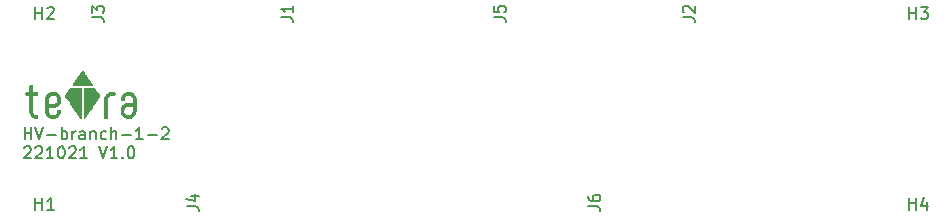
<source format=gbr>
%TF.GenerationSoftware,KiCad,Pcbnew,6.0.1-79c1e3a40b~116~ubuntu20.04.1*%
%TF.CreationDate,2022-10-21T13:20:19+09:00*%
%TF.ProjectId,HV-terminal-branch-board,48562d74-6572-46d6-996e-616c2d627261,rev?*%
%TF.SameCoordinates,Original*%
%TF.FileFunction,Legend,Top*%
%TF.FilePolarity,Positive*%
%FSLAX46Y46*%
G04 Gerber Fmt 4.6, Leading zero omitted, Abs format (unit mm)*
G04 Created by KiCad (PCBNEW 6.0.1-79c1e3a40b~116~ubuntu20.04.1) date 2022-10-21 13:20:19*
%MOMM*%
%LPD*%
G01*
G04 APERTURE LIST*
%ADD10C,0.150000*%
%ADD11C,0.010000*%
G04 APERTURE END LIST*
D10*
X81335595Y-77647380D02*
X81335595Y-76647380D01*
X81335595Y-77123571D02*
X81907023Y-77123571D01*
X81907023Y-77647380D02*
X81907023Y-76647380D01*
X82240357Y-76647380D02*
X82573690Y-77647380D01*
X82907023Y-76647380D01*
X83240357Y-77266428D02*
X84002261Y-77266428D01*
X84478452Y-77647380D02*
X84478452Y-76647380D01*
X84478452Y-77028333D02*
X84573690Y-76980714D01*
X84764166Y-76980714D01*
X84859404Y-77028333D01*
X84907023Y-77075952D01*
X84954642Y-77171190D01*
X84954642Y-77456904D01*
X84907023Y-77552142D01*
X84859404Y-77599761D01*
X84764166Y-77647380D01*
X84573690Y-77647380D01*
X84478452Y-77599761D01*
X85383214Y-77647380D02*
X85383214Y-76980714D01*
X85383214Y-77171190D02*
X85430833Y-77075952D01*
X85478452Y-77028333D01*
X85573690Y-76980714D01*
X85668928Y-76980714D01*
X86430833Y-77647380D02*
X86430833Y-77123571D01*
X86383214Y-77028333D01*
X86287976Y-76980714D01*
X86097500Y-76980714D01*
X86002261Y-77028333D01*
X86430833Y-77599761D02*
X86335595Y-77647380D01*
X86097500Y-77647380D01*
X86002261Y-77599761D01*
X85954642Y-77504523D01*
X85954642Y-77409285D01*
X86002261Y-77314047D01*
X86097500Y-77266428D01*
X86335595Y-77266428D01*
X86430833Y-77218809D01*
X86907023Y-76980714D02*
X86907023Y-77647380D01*
X86907023Y-77075952D02*
X86954642Y-77028333D01*
X87049880Y-76980714D01*
X87192738Y-76980714D01*
X87287976Y-77028333D01*
X87335595Y-77123571D01*
X87335595Y-77647380D01*
X88240357Y-77599761D02*
X88145119Y-77647380D01*
X87954642Y-77647380D01*
X87859404Y-77599761D01*
X87811785Y-77552142D01*
X87764166Y-77456904D01*
X87764166Y-77171190D01*
X87811785Y-77075952D01*
X87859404Y-77028333D01*
X87954642Y-76980714D01*
X88145119Y-76980714D01*
X88240357Y-77028333D01*
X88668928Y-77647380D02*
X88668928Y-76647380D01*
X89097500Y-77647380D02*
X89097500Y-77123571D01*
X89049880Y-77028333D01*
X88954642Y-76980714D01*
X88811785Y-76980714D01*
X88716547Y-77028333D01*
X88668928Y-77075952D01*
X89573690Y-77266428D02*
X90335595Y-77266428D01*
X91335595Y-77647380D02*
X90764166Y-77647380D01*
X91049880Y-77647380D02*
X91049880Y-76647380D01*
X90954642Y-76790238D01*
X90859404Y-76885476D01*
X90764166Y-76933095D01*
X91764166Y-77266428D02*
X92526071Y-77266428D01*
X92954642Y-76742619D02*
X93002261Y-76695000D01*
X93097500Y-76647380D01*
X93335595Y-76647380D01*
X93430833Y-76695000D01*
X93478452Y-76742619D01*
X93526071Y-76837857D01*
X93526071Y-76933095D01*
X93478452Y-77075952D01*
X92907023Y-77647380D01*
X93526071Y-77647380D01*
X81287976Y-78352619D02*
X81335595Y-78305000D01*
X81430833Y-78257380D01*
X81668928Y-78257380D01*
X81764166Y-78305000D01*
X81811785Y-78352619D01*
X81859404Y-78447857D01*
X81859404Y-78543095D01*
X81811785Y-78685952D01*
X81240357Y-79257380D01*
X81859404Y-79257380D01*
X82240357Y-78352619D02*
X82287976Y-78305000D01*
X82383214Y-78257380D01*
X82621309Y-78257380D01*
X82716547Y-78305000D01*
X82764166Y-78352619D01*
X82811785Y-78447857D01*
X82811785Y-78543095D01*
X82764166Y-78685952D01*
X82192738Y-79257380D01*
X82811785Y-79257380D01*
X83764166Y-79257380D02*
X83192738Y-79257380D01*
X83478452Y-79257380D02*
X83478452Y-78257380D01*
X83383214Y-78400238D01*
X83287976Y-78495476D01*
X83192738Y-78543095D01*
X84383214Y-78257380D02*
X84478452Y-78257380D01*
X84573690Y-78305000D01*
X84621309Y-78352619D01*
X84668928Y-78447857D01*
X84716547Y-78638333D01*
X84716547Y-78876428D01*
X84668928Y-79066904D01*
X84621309Y-79162142D01*
X84573690Y-79209761D01*
X84478452Y-79257380D01*
X84383214Y-79257380D01*
X84287976Y-79209761D01*
X84240357Y-79162142D01*
X84192738Y-79066904D01*
X84145119Y-78876428D01*
X84145119Y-78638333D01*
X84192738Y-78447857D01*
X84240357Y-78352619D01*
X84287976Y-78305000D01*
X84383214Y-78257380D01*
X85097500Y-78352619D02*
X85145119Y-78305000D01*
X85240357Y-78257380D01*
X85478452Y-78257380D01*
X85573690Y-78305000D01*
X85621309Y-78352619D01*
X85668928Y-78447857D01*
X85668928Y-78543095D01*
X85621309Y-78685952D01*
X85049880Y-79257380D01*
X85668928Y-79257380D01*
X86621309Y-79257380D02*
X86049880Y-79257380D01*
X86335595Y-79257380D02*
X86335595Y-78257380D01*
X86240357Y-78400238D01*
X86145119Y-78495476D01*
X86049880Y-78543095D01*
X87668928Y-78257380D02*
X88002261Y-79257380D01*
X88335595Y-78257380D01*
X89192738Y-79257380D02*
X88621309Y-79257380D01*
X88907023Y-79257380D02*
X88907023Y-78257380D01*
X88811785Y-78400238D01*
X88716547Y-78495476D01*
X88621309Y-78543095D01*
X89621309Y-79162142D02*
X89668928Y-79209761D01*
X89621309Y-79257380D01*
X89573690Y-79209761D01*
X89621309Y-79162142D01*
X89621309Y-79257380D01*
X90287976Y-78257380D02*
X90383214Y-78257380D01*
X90478452Y-78305000D01*
X90526071Y-78352619D01*
X90573690Y-78447857D01*
X90621309Y-78638333D01*
X90621309Y-78876428D01*
X90573690Y-79066904D01*
X90526071Y-79162142D01*
X90478452Y-79209761D01*
X90383214Y-79257380D01*
X90287976Y-79257380D01*
X90192738Y-79209761D01*
X90145119Y-79162142D01*
X90097500Y-79066904D01*
X90049880Y-78876428D01*
X90049880Y-78638333D01*
X90097500Y-78447857D01*
X90145119Y-78352619D01*
X90192738Y-78305000D01*
X90287976Y-78257380D01*
%TO.C,J6*%
X129052380Y-83333333D02*
X129766666Y-83333333D01*
X129909523Y-83380952D01*
X130004761Y-83476190D01*
X130052380Y-83619047D01*
X130052380Y-83714285D01*
X129052380Y-82428571D02*
X129052380Y-82619047D01*
X129100000Y-82714285D01*
X129147619Y-82761904D01*
X129290476Y-82857142D01*
X129480952Y-82904761D01*
X129861904Y-82904761D01*
X129957142Y-82857142D01*
X130004761Y-82809523D01*
X130052380Y-82714285D01*
X130052380Y-82523809D01*
X130004761Y-82428571D01*
X129957142Y-82380952D01*
X129861904Y-82333333D01*
X129623809Y-82333333D01*
X129528571Y-82380952D01*
X129480952Y-82428571D01*
X129433333Y-82523809D01*
X129433333Y-82714285D01*
X129480952Y-82809523D01*
X129528571Y-82857142D01*
X129623809Y-82904761D01*
%TO.C,J5*%
X121052380Y-67333333D02*
X121766666Y-67333333D01*
X121909523Y-67380952D01*
X122004761Y-67476190D01*
X122052380Y-67619047D01*
X122052380Y-67714285D01*
X121052380Y-66380952D02*
X121052380Y-66857142D01*
X121528571Y-66904761D01*
X121480952Y-66857142D01*
X121433333Y-66761904D01*
X121433333Y-66523809D01*
X121480952Y-66428571D01*
X121528571Y-66380952D01*
X121623809Y-66333333D01*
X121861904Y-66333333D01*
X121957142Y-66380952D01*
X122004761Y-66428571D01*
X122052380Y-66523809D01*
X122052380Y-66761904D01*
X122004761Y-66857142D01*
X121957142Y-66904761D01*
%TO.C,J4*%
X95052380Y-83333333D02*
X95766666Y-83333333D01*
X95909523Y-83380952D01*
X96004761Y-83476190D01*
X96052380Y-83619047D01*
X96052380Y-83714285D01*
X95385714Y-82428571D02*
X96052380Y-82428571D01*
X95004761Y-82666666D02*
X95719047Y-82904761D01*
X95719047Y-82285714D01*
%TO.C,J3*%
X87052380Y-67333333D02*
X87766666Y-67333333D01*
X87909523Y-67380952D01*
X88004761Y-67476190D01*
X88052380Y-67619047D01*
X88052380Y-67714285D01*
X87052380Y-66952380D02*
X87052380Y-66333333D01*
X87433333Y-66666666D01*
X87433333Y-66523809D01*
X87480952Y-66428571D01*
X87528571Y-66380952D01*
X87623809Y-66333333D01*
X87861904Y-66333333D01*
X87957142Y-66380952D01*
X88004761Y-66428571D01*
X88052380Y-66523809D01*
X88052380Y-66809523D01*
X88004761Y-66904761D01*
X87957142Y-66952380D01*
%TO.C,J2*%
X137052380Y-67333333D02*
X137766666Y-67333333D01*
X137909523Y-67380952D01*
X138004761Y-67476190D01*
X138052380Y-67619047D01*
X138052380Y-67714285D01*
X137147619Y-66904761D02*
X137100000Y-66857142D01*
X137052380Y-66761904D01*
X137052380Y-66523809D01*
X137100000Y-66428571D01*
X137147619Y-66380952D01*
X137242857Y-66333333D01*
X137338095Y-66333333D01*
X137480952Y-66380952D01*
X138052380Y-66952380D01*
X138052380Y-66333333D01*
%TO.C,J1*%
X103052380Y-67333333D02*
X103766666Y-67333333D01*
X103909523Y-67380952D01*
X104004761Y-67476190D01*
X104052380Y-67619047D01*
X104052380Y-67714285D01*
X104052380Y-66333333D02*
X104052380Y-66904761D01*
X104052380Y-66619047D02*
X103052380Y-66619047D01*
X103195238Y-66714285D01*
X103290476Y-66809523D01*
X103338095Y-66904761D01*
%TO.C,H4*%
X156238095Y-83602380D02*
X156238095Y-82602380D01*
X156238095Y-83078571D02*
X156809523Y-83078571D01*
X156809523Y-83602380D02*
X156809523Y-82602380D01*
X157714285Y-82935714D02*
X157714285Y-83602380D01*
X157476190Y-82554761D02*
X157238095Y-83269047D01*
X157857142Y-83269047D01*
%TO.C,H3*%
X156238095Y-67452380D02*
X156238095Y-66452380D01*
X156238095Y-66928571D02*
X156809523Y-66928571D01*
X156809523Y-67452380D02*
X156809523Y-66452380D01*
X157190476Y-66452380D02*
X157809523Y-66452380D01*
X157476190Y-66833333D01*
X157619047Y-66833333D01*
X157714285Y-66880952D01*
X157761904Y-66928571D01*
X157809523Y-67023809D01*
X157809523Y-67261904D01*
X157761904Y-67357142D01*
X157714285Y-67404761D01*
X157619047Y-67452380D01*
X157333333Y-67452380D01*
X157238095Y-67404761D01*
X157190476Y-67357142D01*
%TO.C,H2*%
X82238095Y-67452380D02*
X82238095Y-66452380D01*
X82238095Y-66928571D02*
X82809523Y-66928571D01*
X82809523Y-67452380D02*
X82809523Y-66452380D01*
X83238095Y-66547619D02*
X83285714Y-66500000D01*
X83380952Y-66452380D01*
X83619047Y-66452380D01*
X83714285Y-66500000D01*
X83761904Y-66547619D01*
X83809523Y-66642857D01*
X83809523Y-66738095D01*
X83761904Y-66880952D01*
X83190476Y-67452380D01*
X83809523Y-67452380D01*
%TO.C,H1*%
X82238095Y-83602380D02*
X82238095Y-82602380D01*
X82238095Y-83078571D02*
X82809523Y-83078571D01*
X82809523Y-83602380D02*
X82809523Y-82602380D01*
X83809523Y-83602380D02*
X83238095Y-83602380D01*
X83523809Y-83602380D02*
X83523809Y-82602380D01*
X83428571Y-82745238D01*
X83333333Y-82840476D01*
X83238095Y-82888095D01*
D11*
%TO.C,L1*%
X86222252Y-71879274D02*
X86242807Y-71888390D01*
X86242807Y-71888390D02*
X86249856Y-71896827D01*
X86249856Y-71896827D02*
X86265607Y-71917918D01*
X86265607Y-71917918D02*
X86289159Y-71950368D01*
X86289159Y-71950368D02*
X86319611Y-71992886D01*
X86319611Y-71992886D02*
X86356061Y-72044177D01*
X86356061Y-72044177D02*
X86397609Y-72102949D01*
X86397609Y-72102949D02*
X86443353Y-72167908D01*
X86443353Y-72167908D02*
X86492393Y-72237760D01*
X86492393Y-72237760D02*
X86543827Y-72311213D01*
X86543827Y-72311213D02*
X86596753Y-72386973D01*
X86596753Y-72386973D02*
X86650272Y-72463747D01*
X86650272Y-72463747D02*
X86703481Y-72540242D01*
X86703481Y-72540242D02*
X86755479Y-72615164D01*
X86755479Y-72615164D02*
X86805366Y-72687219D01*
X86805366Y-72687219D02*
X86852240Y-72755116D01*
X86852240Y-72755116D02*
X86895200Y-72817559D01*
X86895200Y-72817559D02*
X86933345Y-72873257D01*
X86933345Y-72873257D02*
X86965773Y-72920916D01*
X86965773Y-72920916D02*
X86991585Y-72959242D01*
X86991585Y-72959242D02*
X87009877Y-72986942D01*
X87009877Y-72986942D02*
X87019750Y-73002723D01*
X87019750Y-73002723D02*
X87021149Y-73005432D01*
X87021149Y-73005432D02*
X87020872Y-73007658D01*
X87020872Y-73007658D02*
X87017586Y-73009624D01*
X87017586Y-73009624D02*
X87010326Y-73011346D01*
X87010326Y-73011346D02*
X86998124Y-73012842D01*
X86998124Y-73012842D02*
X86980015Y-73014126D01*
X86980015Y-73014126D02*
X86955032Y-73015214D01*
X86955032Y-73015214D02*
X86922209Y-73016121D01*
X86922209Y-73016121D02*
X86880579Y-73016865D01*
X86880579Y-73016865D02*
X86829176Y-73017460D01*
X86829176Y-73017460D02*
X86767035Y-73017923D01*
X86767035Y-73017923D02*
X86693188Y-73018268D01*
X86693188Y-73018268D02*
X86606670Y-73018512D01*
X86606670Y-73018512D02*
X86506513Y-73018672D01*
X86506513Y-73018672D02*
X86391753Y-73018761D01*
X86391753Y-73018761D02*
X86261422Y-73018797D01*
X86261422Y-73018797D02*
X86203200Y-73018800D01*
X86203200Y-73018800D02*
X86066404Y-73018784D01*
X86066404Y-73018784D02*
X85945571Y-73018724D01*
X85945571Y-73018724D02*
X85839728Y-73018604D01*
X85839728Y-73018604D02*
X85747903Y-73018408D01*
X85747903Y-73018408D02*
X85669126Y-73018119D01*
X85669126Y-73018119D02*
X85602424Y-73017722D01*
X85602424Y-73017722D02*
X85546827Y-73017199D01*
X85546827Y-73017199D02*
X85501362Y-73016534D01*
X85501362Y-73016534D02*
X85465058Y-73015711D01*
X85465058Y-73015711D02*
X85436944Y-73014714D01*
X85436944Y-73014714D02*
X85416048Y-73013525D01*
X85416048Y-73013525D02*
X85401399Y-73012130D01*
X85401399Y-73012130D02*
X85392025Y-73010510D01*
X85392025Y-73010510D02*
X85386954Y-73008651D01*
X85386954Y-73008651D02*
X85385215Y-73006535D01*
X85385215Y-73006535D02*
X85385411Y-73005015D01*
X85385411Y-73005015D02*
X85391665Y-72994201D01*
X85391665Y-72994201D02*
X85406623Y-72970983D01*
X85406623Y-72970983D02*
X85429394Y-72936649D01*
X85429394Y-72936649D02*
X85459086Y-72892486D01*
X85459086Y-72892486D02*
X85494807Y-72839783D01*
X85494807Y-72839783D02*
X85535667Y-72779828D01*
X85535667Y-72779828D02*
X85580774Y-72713909D01*
X85580774Y-72713909D02*
X85629235Y-72643316D01*
X85629235Y-72643316D02*
X85680161Y-72569335D01*
X85680161Y-72569335D02*
X85732659Y-72493255D01*
X85732659Y-72493255D02*
X85785838Y-72416365D01*
X85785838Y-72416365D02*
X85838807Y-72339953D01*
X85838807Y-72339953D02*
X85890673Y-72265307D01*
X85890673Y-72265307D02*
X85940546Y-72193715D01*
X85940546Y-72193715D02*
X85987534Y-72126465D01*
X85987534Y-72126465D02*
X86030745Y-72064846D01*
X86030745Y-72064846D02*
X86069289Y-72010146D01*
X86069289Y-72010146D02*
X86102273Y-71963654D01*
X86102273Y-71963654D02*
X86128806Y-71926657D01*
X86128806Y-71926657D02*
X86147997Y-71900444D01*
X86147997Y-71900444D02*
X86158954Y-71886302D01*
X86158954Y-71886302D02*
X86161029Y-71884179D01*
X86161029Y-71884179D02*
X86190270Y-71876411D01*
X86190270Y-71876411D02*
X86222252Y-71879274D01*
X86222252Y-71879274D02*
X86222252Y-71879274D01*
G36*
X86222252Y-71879274D02*
G01*
X86242807Y-71888390D01*
X86249856Y-71896827D01*
X86265607Y-71917918D01*
X86289159Y-71950368D01*
X86319611Y-71992886D01*
X86356061Y-72044177D01*
X86397609Y-72102949D01*
X86443353Y-72167908D01*
X86492393Y-72237760D01*
X86543827Y-72311213D01*
X86596753Y-72386973D01*
X86650272Y-72463747D01*
X86703481Y-72540242D01*
X86755479Y-72615164D01*
X86805366Y-72687219D01*
X86852240Y-72755116D01*
X86895200Y-72817559D01*
X86933345Y-72873257D01*
X86965773Y-72920916D01*
X86991585Y-72959242D01*
X87009877Y-72986942D01*
X87019750Y-73002723D01*
X87021149Y-73005432D01*
X87020872Y-73007658D01*
X87017586Y-73009624D01*
X87010326Y-73011346D01*
X86998124Y-73012842D01*
X86980015Y-73014126D01*
X86955032Y-73015214D01*
X86922209Y-73016121D01*
X86880579Y-73016865D01*
X86829176Y-73017460D01*
X86767035Y-73017923D01*
X86693188Y-73018268D01*
X86606670Y-73018512D01*
X86506513Y-73018672D01*
X86391753Y-73018761D01*
X86261422Y-73018797D01*
X86203200Y-73018800D01*
X86066404Y-73018784D01*
X85945571Y-73018724D01*
X85839728Y-73018604D01*
X85747903Y-73018408D01*
X85669126Y-73018119D01*
X85602424Y-73017722D01*
X85546827Y-73017199D01*
X85501362Y-73016534D01*
X85465058Y-73015711D01*
X85436944Y-73014714D01*
X85416048Y-73013525D01*
X85401399Y-73012130D01*
X85392025Y-73010510D01*
X85386954Y-73008651D01*
X85385215Y-73006535D01*
X85385411Y-73005015D01*
X85391665Y-72994201D01*
X85406623Y-72970983D01*
X85429394Y-72936649D01*
X85459086Y-72892486D01*
X85494807Y-72839783D01*
X85535667Y-72779828D01*
X85580774Y-72713909D01*
X85629235Y-72643316D01*
X85680161Y-72569335D01*
X85732659Y-72493255D01*
X85785838Y-72416365D01*
X85838807Y-72339953D01*
X85890673Y-72265307D01*
X85940546Y-72193715D01*
X85987534Y-72126465D01*
X86030745Y-72064846D01*
X86069289Y-72010146D01*
X86102273Y-71963654D01*
X86128806Y-71926657D01*
X86147997Y-71900444D01*
X86158954Y-71886302D01*
X86161029Y-71884179D01*
X86190270Y-71876411D01*
X86222252Y-71879274D01*
G37*
X86222252Y-71879274D02*
X86242807Y-71888390D01*
X86249856Y-71896827D01*
X86265607Y-71917918D01*
X86289159Y-71950368D01*
X86319611Y-71992886D01*
X86356061Y-72044177D01*
X86397609Y-72102949D01*
X86443353Y-72167908D01*
X86492393Y-72237760D01*
X86543827Y-72311213D01*
X86596753Y-72386973D01*
X86650272Y-72463747D01*
X86703481Y-72540242D01*
X86755479Y-72615164D01*
X86805366Y-72687219D01*
X86852240Y-72755116D01*
X86895200Y-72817559D01*
X86933345Y-72873257D01*
X86965773Y-72920916D01*
X86991585Y-72959242D01*
X87009877Y-72986942D01*
X87019750Y-73002723D01*
X87021149Y-73005432D01*
X87020872Y-73007658D01*
X87017586Y-73009624D01*
X87010326Y-73011346D01*
X86998124Y-73012842D01*
X86980015Y-73014126D01*
X86955032Y-73015214D01*
X86922209Y-73016121D01*
X86880579Y-73016865D01*
X86829176Y-73017460D01*
X86767035Y-73017923D01*
X86693188Y-73018268D01*
X86606670Y-73018512D01*
X86506513Y-73018672D01*
X86391753Y-73018761D01*
X86261422Y-73018797D01*
X86203200Y-73018800D01*
X86066404Y-73018784D01*
X85945571Y-73018724D01*
X85839728Y-73018604D01*
X85747903Y-73018408D01*
X85669126Y-73018119D01*
X85602424Y-73017722D01*
X85546827Y-73017199D01*
X85501362Y-73016534D01*
X85465058Y-73015711D01*
X85436944Y-73014714D01*
X85416048Y-73013525D01*
X85401399Y-73012130D01*
X85392025Y-73010510D01*
X85386954Y-73008651D01*
X85385215Y-73006535D01*
X85385411Y-73005015D01*
X85391665Y-72994201D01*
X85406623Y-72970983D01*
X85429394Y-72936649D01*
X85459086Y-72892486D01*
X85494807Y-72839783D01*
X85535667Y-72779828D01*
X85580774Y-72713909D01*
X85629235Y-72643316D01*
X85680161Y-72569335D01*
X85732659Y-72493255D01*
X85785838Y-72416365D01*
X85838807Y-72339953D01*
X85890673Y-72265307D01*
X85940546Y-72193715D01*
X85987534Y-72126465D01*
X86030745Y-72064846D01*
X86069289Y-72010146D01*
X86102273Y-71963654D01*
X86128806Y-71926657D01*
X86147997Y-71900444D01*
X86158954Y-71886302D01*
X86161029Y-71884179D01*
X86190270Y-71876411D01*
X86222252Y-71879274D01*
X86047305Y-73300789D02*
X86067733Y-73324544D01*
X86067733Y-73324544D02*
X86067733Y-74602539D01*
X86067733Y-74602539D02*
X86067691Y-74748223D01*
X86067691Y-74748223D02*
X86067566Y-74889221D01*
X86067566Y-74889221D02*
X86067365Y-75024612D01*
X86067365Y-75024612D02*
X86067091Y-75153471D01*
X86067091Y-75153471D02*
X86066750Y-75274878D01*
X86066750Y-75274878D02*
X86066345Y-75387908D01*
X86066345Y-75387908D02*
X86065883Y-75491639D01*
X86065883Y-75491639D02*
X86065366Y-75585149D01*
X86065366Y-75585149D02*
X86064801Y-75667515D01*
X86064801Y-75667515D02*
X86064192Y-75737815D01*
X86064192Y-75737815D02*
X86063544Y-75795126D01*
X86063544Y-75795126D02*
X86062860Y-75838524D01*
X86062860Y-75838524D02*
X86062147Y-75867089D01*
X86062147Y-75867089D02*
X86061409Y-75879896D01*
X86061409Y-75879896D02*
X86061202Y-75880533D01*
X86061202Y-75880533D02*
X86055705Y-75873683D01*
X86055705Y-75873683D02*
X86041207Y-75853675D01*
X86041207Y-75853675D02*
X86018271Y-75821323D01*
X86018271Y-75821323D02*
X85987463Y-75777442D01*
X85987463Y-75777442D02*
X85949347Y-75722847D01*
X85949347Y-75722847D02*
X85904488Y-75658351D01*
X85904488Y-75658351D02*
X85853449Y-75584769D01*
X85853449Y-75584769D02*
X85796797Y-75502915D01*
X85796797Y-75502915D02*
X85735096Y-75413604D01*
X85735096Y-75413604D02*
X85668909Y-75317650D01*
X85668909Y-75317650D02*
X85598803Y-75215868D01*
X85598803Y-75215868D02*
X85525341Y-75109071D01*
X85525341Y-75109071D02*
X85449088Y-74998074D01*
X85449088Y-74998074D02*
X85422264Y-74958996D01*
X85422264Y-74958996D02*
X85345010Y-74846345D01*
X85345010Y-74846345D02*
X85270332Y-74737300D01*
X85270332Y-74737300D02*
X85198800Y-74632702D01*
X85198800Y-74632702D02*
X85130984Y-74533390D01*
X85130984Y-74533390D02*
X85067454Y-74440204D01*
X85067454Y-74440204D02*
X85008781Y-74353983D01*
X85008781Y-74353983D02*
X84955533Y-74275568D01*
X84955533Y-74275568D02*
X84908282Y-74205797D01*
X84908282Y-74205797D02*
X84867597Y-74145512D01*
X84867597Y-74145512D02*
X84834049Y-74095552D01*
X84834049Y-74095552D02*
X84808207Y-74056756D01*
X84808207Y-74056756D02*
X84790641Y-74029965D01*
X84790641Y-74029965D02*
X84781922Y-74016018D01*
X84781922Y-74016018D02*
X84781096Y-74014411D01*
X84781096Y-74014411D02*
X84773435Y-73976718D01*
X84773435Y-73976718D02*
X84774414Y-73933014D01*
X84774414Y-73933014D02*
X84783553Y-73891550D01*
X84783553Y-73891550D02*
X84789033Y-73878167D01*
X84789033Y-73878167D02*
X84797379Y-73863896D01*
X84797379Y-73863896D02*
X84814310Y-73837453D01*
X84814310Y-73837453D02*
X84838689Y-73800528D01*
X84838689Y-73800528D02*
X84869379Y-73754812D01*
X84869379Y-73754812D02*
X84905241Y-73701996D01*
X84905241Y-73701996D02*
X84945138Y-73643770D01*
X84945138Y-73643770D02*
X84987933Y-73581827D01*
X84987933Y-73581827D02*
X85002630Y-73560667D01*
X85002630Y-73560667D02*
X85199900Y-73277033D01*
X85199900Y-73277033D02*
X86026877Y-73277033D01*
X86026877Y-73277033D02*
X86047305Y-73300789D01*
X86047305Y-73300789D02*
X86047305Y-73300789D01*
G36*
X86047305Y-73300789D02*
G01*
X86067733Y-73324544D01*
X86067733Y-74602539D01*
X86067691Y-74748223D01*
X86067566Y-74889221D01*
X86067365Y-75024612D01*
X86067091Y-75153471D01*
X86066750Y-75274878D01*
X86066345Y-75387908D01*
X86065883Y-75491639D01*
X86065366Y-75585149D01*
X86064801Y-75667515D01*
X86064192Y-75737815D01*
X86063544Y-75795126D01*
X86062860Y-75838524D01*
X86062147Y-75867089D01*
X86061409Y-75879896D01*
X86061202Y-75880533D01*
X86055705Y-75873683D01*
X86041207Y-75853675D01*
X86018271Y-75821323D01*
X85987463Y-75777442D01*
X85949347Y-75722847D01*
X85904488Y-75658351D01*
X85853449Y-75584769D01*
X85796797Y-75502915D01*
X85735096Y-75413604D01*
X85668909Y-75317650D01*
X85598803Y-75215868D01*
X85525341Y-75109071D01*
X85449088Y-74998074D01*
X85422264Y-74958996D01*
X85345010Y-74846345D01*
X85270332Y-74737300D01*
X85198800Y-74632702D01*
X85130984Y-74533390D01*
X85067454Y-74440204D01*
X85008781Y-74353983D01*
X84955533Y-74275568D01*
X84908282Y-74205797D01*
X84867597Y-74145512D01*
X84834049Y-74095552D01*
X84808207Y-74056756D01*
X84790641Y-74029965D01*
X84781922Y-74016018D01*
X84781096Y-74014411D01*
X84773435Y-73976718D01*
X84774414Y-73933014D01*
X84783553Y-73891550D01*
X84789033Y-73878167D01*
X84797379Y-73863896D01*
X84814310Y-73837453D01*
X84838689Y-73800528D01*
X84869379Y-73754812D01*
X84905241Y-73701996D01*
X84945138Y-73643770D01*
X84987933Y-73581827D01*
X85002630Y-73560667D01*
X85199900Y-73277033D01*
X86026877Y-73277033D01*
X86047305Y-73300789D01*
G37*
X86047305Y-73300789D02*
X86067733Y-73324544D01*
X86067733Y-74602539D01*
X86067691Y-74748223D01*
X86067566Y-74889221D01*
X86067365Y-75024612D01*
X86067091Y-75153471D01*
X86066750Y-75274878D01*
X86066345Y-75387908D01*
X86065883Y-75491639D01*
X86065366Y-75585149D01*
X86064801Y-75667515D01*
X86064192Y-75737815D01*
X86063544Y-75795126D01*
X86062860Y-75838524D01*
X86062147Y-75867089D01*
X86061409Y-75879896D01*
X86061202Y-75880533D01*
X86055705Y-75873683D01*
X86041207Y-75853675D01*
X86018271Y-75821323D01*
X85987463Y-75777442D01*
X85949347Y-75722847D01*
X85904488Y-75658351D01*
X85853449Y-75584769D01*
X85796797Y-75502915D01*
X85735096Y-75413604D01*
X85668909Y-75317650D01*
X85598803Y-75215868D01*
X85525341Y-75109071D01*
X85449088Y-74998074D01*
X85422264Y-74958996D01*
X85345010Y-74846345D01*
X85270332Y-74737300D01*
X85198800Y-74632702D01*
X85130984Y-74533390D01*
X85067454Y-74440204D01*
X85008781Y-74353983D01*
X84955533Y-74275568D01*
X84908282Y-74205797D01*
X84867597Y-74145512D01*
X84834049Y-74095552D01*
X84808207Y-74056756D01*
X84790641Y-74029965D01*
X84781922Y-74016018D01*
X84781096Y-74014411D01*
X84773435Y-73976718D01*
X84774414Y-73933014D01*
X84783553Y-73891550D01*
X84789033Y-73878167D01*
X84797379Y-73863896D01*
X84814310Y-73837453D01*
X84838689Y-73800528D01*
X84869379Y-73754812D01*
X84905241Y-73701996D01*
X84945138Y-73643770D01*
X84987933Y-73581827D01*
X85002630Y-73560667D01*
X85199900Y-73277033D01*
X86026877Y-73277033D01*
X86047305Y-73300789D01*
X87409899Y-73562126D02*
X87452895Y-73624332D01*
X87452895Y-73624332D02*
X87493309Y-73683051D01*
X87493309Y-73683051D02*
X87530016Y-73736632D01*
X87530016Y-73736632D02*
X87561894Y-73783424D01*
X87561894Y-73783424D02*
X87587820Y-73821777D01*
X87587820Y-73821777D02*
X87606669Y-73850041D01*
X87606669Y-73850041D02*
X87617320Y-73866565D01*
X87617320Y-73866565D02*
X87618779Y-73869043D01*
X87618779Y-73869043D02*
X87635476Y-73915475D01*
X87635476Y-73915475D02*
X87638507Y-73965549D01*
X87638507Y-73965549D02*
X87632318Y-73998374D01*
X87632318Y-73998374D02*
X87626532Y-74008826D01*
X87626532Y-74008826D02*
X87611926Y-74032054D01*
X87611926Y-74032054D02*
X87589176Y-74067066D01*
X87589176Y-74067066D02*
X87558960Y-74112871D01*
X87558960Y-74112871D02*
X87521955Y-74168478D01*
X87521955Y-74168478D02*
X87478836Y-74232894D01*
X87478836Y-74232894D02*
X87430282Y-74305128D01*
X87430282Y-74305128D02*
X87376968Y-74384189D01*
X87376968Y-74384189D02*
X87319572Y-74469085D01*
X87319572Y-74469085D02*
X87258770Y-74558824D01*
X87258770Y-74558824D02*
X87195239Y-74652415D01*
X87195239Y-74652415D02*
X87129656Y-74748866D01*
X87129656Y-74748866D02*
X87062698Y-74847186D01*
X87062698Y-74847186D02*
X86995042Y-74946383D01*
X86995042Y-74946383D02*
X86927364Y-75045465D01*
X86927364Y-75045465D02*
X86860342Y-75143442D01*
X86860342Y-75143442D02*
X86794651Y-75239320D01*
X86794651Y-75239320D02*
X86730970Y-75332110D01*
X86730970Y-75332110D02*
X86669974Y-75420818D01*
X86669974Y-75420818D02*
X86612340Y-75504455D01*
X86612340Y-75504455D02*
X86558746Y-75582027D01*
X86558746Y-75582027D02*
X86509868Y-75652544D01*
X86509868Y-75652544D02*
X86466383Y-75715013D01*
X86466383Y-75715013D02*
X86428968Y-75768444D01*
X86428968Y-75768444D02*
X86398299Y-75811845D01*
X86398299Y-75811845D02*
X86375053Y-75844223D01*
X86375053Y-75844223D02*
X86359908Y-75864589D01*
X86359908Y-75864589D02*
X86353540Y-75871949D01*
X86353540Y-75871949D02*
X86353483Y-75871959D01*
X86353483Y-75871959D02*
X86352754Y-75863660D01*
X86352754Y-75863660D02*
X86352049Y-75839356D01*
X86352049Y-75839356D02*
X86351372Y-75799977D01*
X86351372Y-75799977D02*
X86350728Y-75746451D01*
X86350728Y-75746451D02*
X86350122Y-75679709D01*
X86350122Y-75679709D02*
X86349558Y-75600677D01*
X86349558Y-75600677D02*
X86349041Y-75510287D01*
X86349041Y-75510287D02*
X86348576Y-75409466D01*
X86348576Y-75409466D02*
X86348168Y-75299143D01*
X86348168Y-75299143D02*
X86347820Y-75180248D01*
X86347820Y-75180248D02*
X86347538Y-75053709D01*
X86347538Y-75053709D02*
X86347327Y-74920456D01*
X86347327Y-74920456D02*
X86347191Y-74781417D01*
X86347191Y-74781417D02*
X86347134Y-74637522D01*
X86347134Y-74637522D02*
X86347133Y-74611797D01*
X86347133Y-74611797D02*
X86347177Y-74423287D01*
X86347177Y-74423287D02*
X86347309Y-74251293D01*
X86347309Y-74251293D02*
X86347534Y-74095399D01*
X86347534Y-74095399D02*
X86347854Y-73955187D01*
X86347854Y-73955187D02*
X86348272Y-73830242D01*
X86348272Y-73830242D02*
X86348792Y-73720145D01*
X86348792Y-73720145D02*
X86349415Y-73624481D01*
X86349415Y-73624481D02*
X86350146Y-73542832D01*
X86350146Y-73542832D02*
X86350988Y-73474781D01*
X86350988Y-73474781D02*
X86351942Y-73419913D01*
X86351942Y-73419913D02*
X86353014Y-73377809D01*
X86353014Y-73377809D02*
X86354204Y-73348053D01*
X86354204Y-73348053D02*
X86355517Y-73330229D01*
X86355517Y-73330229D02*
X86356490Y-73324685D01*
X86356490Y-73324685D02*
X86367488Y-73303519D01*
X86367488Y-73303519D02*
X86381030Y-73289721D01*
X86381030Y-73289721D02*
X86381334Y-73289554D01*
X86381334Y-73289554D02*
X86393472Y-73287604D01*
X86393472Y-73287604D02*
X86421529Y-73285878D01*
X86421529Y-73285878D02*
X86464493Y-73284395D01*
X86464493Y-73284395D02*
X86521349Y-73283176D01*
X86521349Y-73283176D02*
X86591086Y-73282240D01*
X86591086Y-73282240D02*
X86672689Y-73281606D01*
X86672689Y-73281606D02*
X86765147Y-73281296D01*
X86765147Y-73281296D02*
X86806092Y-73281267D01*
X86806092Y-73281267D02*
X87215364Y-73281267D01*
X87215364Y-73281267D02*
X87409899Y-73562126D01*
X87409899Y-73562126D02*
X87409899Y-73562126D01*
G36*
X87409899Y-73562126D02*
G01*
X87452895Y-73624332D01*
X87493309Y-73683051D01*
X87530016Y-73736632D01*
X87561894Y-73783424D01*
X87587820Y-73821777D01*
X87606669Y-73850041D01*
X87617320Y-73866565D01*
X87618779Y-73869043D01*
X87635476Y-73915475D01*
X87638507Y-73965549D01*
X87632318Y-73998374D01*
X87626532Y-74008826D01*
X87611926Y-74032054D01*
X87589176Y-74067066D01*
X87558960Y-74112871D01*
X87521955Y-74168478D01*
X87478836Y-74232894D01*
X87430282Y-74305128D01*
X87376968Y-74384189D01*
X87319572Y-74469085D01*
X87258770Y-74558824D01*
X87195239Y-74652415D01*
X87129656Y-74748866D01*
X87062698Y-74847186D01*
X86995042Y-74946383D01*
X86927364Y-75045465D01*
X86860342Y-75143442D01*
X86794651Y-75239320D01*
X86730970Y-75332110D01*
X86669974Y-75420818D01*
X86612340Y-75504455D01*
X86558746Y-75582027D01*
X86509868Y-75652544D01*
X86466383Y-75715013D01*
X86428968Y-75768444D01*
X86398299Y-75811845D01*
X86375053Y-75844223D01*
X86359908Y-75864589D01*
X86353540Y-75871949D01*
X86353483Y-75871959D01*
X86352754Y-75863660D01*
X86352049Y-75839356D01*
X86351372Y-75799977D01*
X86350728Y-75746451D01*
X86350122Y-75679709D01*
X86349558Y-75600677D01*
X86349041Y-75510287D01*
X86348576Y-75409466D01*
X86348168Y-75299143D01*
X86347820Y-75180248D01*
X86347538Y-75053709D01*
X86347327Y-74920456D01*
X86347191Y-74781417D01*
X86347134Y-74637522D01*
X86347133Y-74611797D01*
X86347177Y-74423287D01*
X86347309Y-74251293D01*
X86347534Y-74095399D01*
X86347854Y-73955187D01*
X86348272Y-73830242D01*
X86348792Y-73720145D01*
X86349415Y-73624481D01*
X86350146Y-73542832D01*
X86350988Y-73474781D01*
X86351942Y-73419913D01*
X86353014Y-73377809D01*
X86354204Y-73348053D01*
X86355517Y-73330229D01*
X86356490Y-73324685D01*
X86367488Y-73303519D01*
X86381030Y-73289721D01*
X86381334Y-73289554D01*
X86393472Y-73287604D01*
X86421529Y-73285878D01*
X86464493Y-73284395D01*
X86521349Y-73283176D01*
X86591086Y-73282240D01*
X86672689Y-73281606D01*
X86765147Y-73281296D01*
X86806092Y-73281267D01*
X87215364Y-73281267D01*
X87409899Y-73562126D01*
G37*
X87409899Y-73562126D02*
X87452895Y-73624332D01*
X87493309Y-73683051D01*
X87530016Y-73736632D01*
X87561894Y-73783424D01*
X87587820Y-73821777D01*
X87606669Y-73850041D01*
X87617320Y-73866565D01*
X87618779Y-73869043D01*
X87635476Y-73915475D01*
X87638507Y-73965549D01*
X87632318Y-73998374D01*
X87626532Y-74008826D01*
X87611926Y-74032054D01*
X87589176Y-74067066D01*
X87558960Y-74112871D01*
X87521955Y-74168478D01*
X87478836Y-74232894D01*
X87430282Y-74305128D01*
X87376968Y-74384189D01*
X87319572Y-74469085D01*
X87258770Y-74558824D01*
X87195239Y-74652415D01*
X87129656Y-74748866D01*
X87062698Y-74847186D01*
X86995042Y-74946383D01*
X86927364Y-75045465D01*
X86860342Y-75143442D01*
X86794651Y-75239320D01*
X86730970Y-75332110D01*
X86669974Y-75420818D01*
X86612340Y-75504455D01*
X86558746Y-75582027D01*
X86509868Y-75652544D01*
X86466383Y-75715013D01*
X86428968Y-75768444D01*
X86398299Y-75811845D01*
X86375053Y-75844223D01*
X86359908Y-75864589D01*
X86353540Y-75871949D01*
X86353483Y-75871959D01*
X86352754Y-75863660D01*
X86352049Y-75839356D01*
X86351372Y-75799977D01*
X86350728Y-75746451D01*
X86350122Y-75679709D01*
X86349558Y-75600677D01*
X86349041Y-75510287D01*
X86348576Y-75409466D01*
X86348168Y-75299143D01*
X86347820Y-75180248D01*
X86347538Y-75053709D01*
X86347327Y-74920456D01*
X86347191Y-74781417D01*
X86347134Y-74637522D01*
X86347133Y-74611797D01*
X86347177Y-74423287D01*
X86347309Y-74251293D01*
X86347534Y-74095399D01*
X86347854Y-73955187D01*
X86348272Y-73830242D01*
X86348792Y-73720145D01*
X86349415Y-73624481D01*
X86350146Y-73542832D01*
X86350988Y-73474781D01*
X86351942Y-73419913D01*
X86353014Y-73377809D01*
X86354204Y-73348053D01*
X86355517Y-73330229D01*
X86356490Y-73324685D01*
X86367488Y-73303519D01*
X86381030Y-73289721D01*
X86381334Y-73289554D01*
X86393472Y-73287604D01*
X86421529Y-73285878D01*
X86464493Y-73284395D01*
X86521349Y-73283176D01*
X86591086Y-73282240D01*
X86672689Y-73281606D01*
X86765147Y-73281296D01*
X86806092Y-73281267D01*
X87215364Y-73281267D01*
X87409899Y-73562126D01*
X81924345Y-73048803D02*
X81925712Y-73049583D01*
X81925712Y-73049583D02*
X81929592Y-73053243D01*
X81929592Y-73053243D02*
X81932748Y-73059955D01*
X81932748Y-73059955D02*
X81935272Y-73071398D01*
X81935272Y-73071398D02*
X81937256Y-73089250D01*
X81937256Y-73089250D02*
X81938791Y-73115192D01*
X81938791Y-73115192D02*
X81939970Y-73150901D01*
X81939970Y-73150901D02*
X81940884Y-73198057D01*
X81940884Y-73198057D02*
X81941625Y-73258339D01*
X81941625Y-73258339D02*
X81942284Y-73333425D01*
X81942284Y-73333425D02*
X81942458Y-73356270D01*
X81942458Y-73356270D02*
X81944683Y-73653800D01*
X81944683Y-73653800D02*
X82130361Y-73653800D01*
X82130361Y-73653800D02*
X82195702Y-73653739D01*
X82195702Y-73653739D02*
X82246061Y-73654281D01*
X82246061Y-73654281D02*
X82283382Y-73656512D01*
X82283382Y-73656512D02*
X82309610Y-73661521D01*
X82309610Y-73661521D02*
X82326689Y-73670393D01*
X82326689Y-73670393D02*
X82336564Y-73684216D01*
X82336564Y-73684216D02*
X82341180Y-73704077D01*
X82341180Y-73704077D02*
X82342480Y-73731062D01*
X82342480Y-73731062D02*
X82342409Y-73766259D01*
X82342409Y-73766259D02*
X82342400Y-73772333D01*
X82342400Y-73772333D02*
X82342510Y-73808827D01*
X82342510Y-73808827D02*
X82341548Y-73836962D01*
X82341548Y-73836962D02*
X82337569Y-73857821D01*
X82337569Y-73857821D02*
X82328631Y-73872488D01*
X82328631Y-73872488D02*
X82312794Y-73882047D01*
X82312794Y-73882047D02*
X82288113Y-73887582D01*
X82288113Y-73887582D02*
X82252646Y-73890175D01*
X82252646Y-73890175D02*
X82204452Y-73890910D01*
X82204452Y-73890910D02*
X82141587Y-73890872D01*
X82141587Y-73890872D02*
X82129923Y-73890867D01*
X82129923Y-73890867D02*
X81943806Y-73890867D01*
X81943806Y-73890867D02*
X81946673Y-74574550D01*
X81946673Y-74574550D02*
X81947222Y-74699496D01*
X81947222Y-74699496D02*
X81947773Y-74808677D01*
X81947773Y-74808677D02*
X81948352Y-74903259D01*
X81948352Y-74903259D02*
X81948988Y-74984410D01*
X81948988Y-74984410D02*
X81949708Y-75053298D01*
X81949708Y-75053298D02*
X81950541Y-75111089D01*
X81950541Y-75111089D02*
X81951513Y-75158952D01*
X81951513Y-75158952D02*
X81952652Y-75198053D01*
X81952652Y-75198053D02*
X81953987Y-75229561D01*
X81953987Y-75229561D02*
X81955545Y-75254642D01*
X81955545Y-75254642D02*
X81957353Y-75274463D01*
X81957353Y-75274463D02*
X81959440Y-75290194D01*
X81959440Y-75290194D02*
X81961834Y-75303000D01*
X81961834Y-75303000D02*
X81964227Y-75312819D01*
X81964227Y-75312819D02*
X81992333Y-75393733D01*
X81992333Y-75393733D02*
X82029487Y-75460605D01*
X82029487Y-75460605D02*
X82076066Y-75513936D01*
X82076066Y-75513936D02*
X82132449Y-75554229D01*
X82132449Y-75554229D02*
X82153912Y-75565044D01*
X82153912Y-75565044D02*
X82184376Y-75576940D01*
X82184376Y-75576940D02*
X82216772Y-75584593D01*
X82216772Y-75584593D02*
X82257065Y-75589197D01*
X82257065Y-75589197D02*
X82282395Y-75590747D01*
X82282395Y-75590747D02*
X82318647Y-75593340D01*
X82318647Y-75593340D02*
X82348975Y-75596965D01*
X82348975Y-75596965D02*
X82369058Y-75601034D01*
X82369058Y-75601034D02*
X82374150Y-75603231D01*
X82374150Y-75603231D02*
X82378922Y-75615310D01*
X82378922Y-75615310D02*
X82382358Y-75640069D01*
X82382358Y-75640069D02*
X82384448Y-75673309D01*
X82384448Y-75673309D02*
X82385184Y-75710829D01*
X82385184Y-75710829D02*
X82384559Y-75748430D01*
X82384559Y-75748430D02*
X82382563Y-75781911D01*
X82382563Y-75781911D02*
X82379190Y-75807071D01*
X82379190Y-75807071D02*
X82374573Y-75819573D01*
X82374573Y-75819573D02*
X82359881Y-75825296D01*
X82359881Y-75825296D02*
X82332264Y-75828625D01*
X82332264Y-75828625D02*
X82295543Y-75829664D01*
X82295543Y-75829664D02*
X82253542Y-75828519D01*
X82253542Y-75828519D02*
X82210082Y-75825295D01*
X82210082Y-75825295D02*
X82168986Y-75820097D01*
X82168986Y-75820097D02*
X82134077Y-75813030D01*
X82134077Y-75813030D02*
X82133798Y-75812957D01*
X82133798Y-75812957D02*
X82043524Y-75781233D01*
X82043524Y-75781233D02*
X81963629Y-75736166D01*
X81963629Y-75736166D02*
X81894191Y-75677849D01*
X81894191Y-75677849D02*
X81835285Y-75606378D01*
X81835285Y-75606378D02*
X81786987Y-75521848D01*
X81786987Y-75521848D02*
X81749376Y-75424352D01*
X81749376Y-75424352D02*
X81722526Y-75313986D01*
X81722526Y-75313986D02*
X81720321Y-75301574D01*
X81720321Y-75301574D02*
X81717883Y-75285141D01*
X81717883Y-75285141D02*
X81715761Y-75265347D01*
X81715761Y-75265347D02*
X81713934Y-75241013D01*
X81713934Y-75241013D02*
X81712383Y-75210957D01*
X81712383Y-75210957D02*
X81711087Y-75173998D01*
X81711087Y-75173998D02*
X81710024Y-75128955D01*
X81710024Y-75128955D02*
X81709174Y-75074646D01*
X81709174Y-75074646D02*
X81708518Y-75009891D01*
X81708518Y-75009891D02*
X81708034Y-74933509D01*
X81708034Y-74933509D02*
X81707701Y-74844318D01*
X81707701Y-74844318D02*
X81707500Y-74741137D01*
X81707500Y-74741137D02*
X81707410Y-74622785D01*
X81707410Y-74622785D02*
X81707400Y-74558624D01*
X81707400Y-74558624D02*
X81707400Y-73890867D01*
X81707400Y-73890867D02*
X81568180Y-73890867D01*
X81568180Y-73890867D02*
X81511404Y-73890777D01*
X81511404Y-73890777D02*
X81469350Y-73889456D01*
X81469350Y-73889456D02*
X81439812Y-73885324D01*
X81439812Y-73885324D02*
X81420581Y-73876799D01*
X81420581Y-73876799D02*
X81409452Y-73862303D01*
X81409452Y-73862303D02*
X81404216Y-73840255D01*
X81404216Y-73840255D02*
X81402667Y-73809074D01*
X81402667Y-73809074D02*
X81402600Y-73772333D01*
X81402600Y-73772333D02*
X81402724Y-73731689D01*
X81402724Y-73731689D02*
X81404569Y-73701584D01*
X81404569Y-73701584D02*
X81410342Y-73680439D01*
X81410342Y-73680439D02*
X81422250Y-73666672D01*
X81422250Y-73666672D02*
X81442500Y-73658705D01*
X81442500Y-73658705D02*
X81473300Y-73654957D01*
X81473300Y-73654957D02*
X81516856Y-73653848D01*
X81516856Y-73653848D02*
X81568180Y-73653800D01*
X81568180Y-73653800D02*
X81707400Y-73653800D01*
X81707400Y-73653800D02*
X81707400Y-73155772D01*
X81707400Y-73155772D02*
X81731285Y-73135969D01*
X81731285Y-73135969D02*
X81749225Y-73123725D01*
X81749225Y-73123725D02*
X81777853Y-73107056D01*
X81777853Y-73107056D02*
X81812476Y-73088620D01*
X81812476Y-73088620D02*
X81833180Y-73078296D01*
X81833180Y-73078296D02*
X81870842Y-73060683D01*
X81870842Y-73060683D02*
X81896658Y-73050495D01*
X81896658Y-73050495D02*
X81913526Y-73046835D01*
X81913526Y-73046835D02*
X81924345Y-73048803D01*
X81924345Y-73048803D02*
X81924345Y-73048803D01*
G36*
X81924345Y-73048803D02*
G01*
X81925712Y-73049583D01*
X81929592Y-73053243D01*
X81932748Y-73059955D01*
X81935272Y-73071398D01*
X81937256Y-73089250D01*
X81938791Y-73115192D01*
X81939970Y-73150901D01*
X81940884Y-73198057D01*
X81941625Y-73258339D01*
X81942284Y-73333425D01*
X81942458Y-73356270D01*
X81944683Y-73653800D01*
X82130361Y-73653800D01*
X82195702Y-73653739D01*
X82246061Y-73654281D01*
X82283382Y-73656512D01*
X82309610Y-73661521D01*
X82326689Y-73670393D01*
X82336564Y-73684216D01*
X82341180Y-73704077D01*
X82342480Y-73731062D01*
X82342409Y-73766259D01*
X82342400Y-73772333D01*
X82342510Y-73808827D01*
X82341548Y-73836962D01*
X82337569Y-73857821D01*
X82328631Y-73872488D01*
X82312794Y-73882047D01*
X82288113Y-73887582D01*
X82252646Y-73890175D01*
X82204452Y-73890910D01*
X82141587Y-73890872D01*
X82129923Y-73890867D01*
X81943806Y-73890867D01*
X81946673Y-74574550D01*
X81947222Y-74699496D01*
X81947773Y-74808677D01*
X81948352Y-74903259D01*
X81948988Y-74984410D01*
X81949708Y-75053298D01*
X81950541Y-75111089D01*
X81951513Y-75158952D01*
X81952652Y-75198053D01*
X81953987Y-75229561D01*
X81955545Y-75254642D01*
X81957353Y-75274463D01*
X81959440Y-75290194D01*
X81961834Y-75303000D01*
X81964227Y-75312819D01*
X81992333Y-75393733D01*
X82029487Y-75460605D01*
X82076066Y-75513936D01*
X82132449Y-75554229D01*
X82153912Y-75565044D01*
X82184376Y-75576940D01*
X82216772Y-75584593D01*
X82257065Y-75589197D01*
X82282395Y-75590747D01*
X82318647Y-75593340D01*
X82348975Y-75596965D01*
X82369058Y-75601034D01*
X82374150Y-75603231D01*
X82378922Y-75615310D01*
X82382358Y-75640069D01*
X82384448Y-75673309D01*
X82385184Y-75710829D01*
X82384559Y-75748430D01*
X82382563Y-75781911D01*
X82379190Y-75807071D01*
X82374573Y-75819573D01*
X82359881Y-75825296D01*
X82332264Y-75828625D01*
X82295543Y-75829664D01*
X82253542Y-75828519D01*
X82210082Y-75825295D01*
X82168986Y-75820097D01*
X82134077Y-75813030D01*
X82133798Y-75812957D01*
X82043524Y-75781233D01*
X81963629Y-75736166D01*
X81894191Y-75677849D01*
X81835285Y-75606378D01*
X81786987Y-75521848D01*
X81749376Y-75424352D01*
X81722526Y-75313986D01*
X81720321Y-75301574D01*
X81717883Y-75285141D01*
X81715761Y-75265347D01*
X81713934Y-75241013D01*
X81712383Y-75210957D01*
X81711087Y-75173998D01*
X81710024Y-75128955D01*
X81709174Y-75074646D01*
X81708518Y-75009891D01*
X81708034Y-74933509D01*
X81707701Y-74844318D01*
X81707500Y-74741137D01*
X81707410Y-74622785D01*
X81707400Y-74558624D01*
X81707400Y-73890867D01*
X81568180Y-73890867D01*
X81511404Y-73890777D01*
X81469350Y-73889456D01*
X81439812Y-73885324D01*
X81420581Y-73876799D01*
X81409452Y-73862303D01*
X81404216Y-73840255D01*
X81402667Y-73809074D01*
X81402600Y-73772333D01*
X81402724Y-73731689D01*
X81404569Y-73701584D01*
X81410342Y-73680439D01*
X81422250Y-73666672D01*
X81442500Y-73658705D01*
X81473300Y-73654957D01*
X81516856Y-73653848D01*
X81568180Y-73653800D01*
X81707400Y-73653800D01*
X81707400Y-73155772D01*
X81731285Y-73135969D01*
X81749225Y-73123725D01*
X81777853Y-73107056D01*
X81812476Y-73088620D01*
X81833180Y-73078296D01*
X81870842Y-73060683D01*
X81896658Y-73050495D01*
X81913526Y-73046835D01*
X81924345Y-73048803D01*
G37*
X81924345Y-73048803D02*
X81925712Y-73049583D01*
X81929592Y-73053243D01*
X81932748Y-73059955D01*
X81935272Y-73071398D01*
X81937256Y-73089250D01*
X81938791Y-73115192D01*
X81939970Y-73150901D01*
X81940884Y-73198057D01*
X81941625Y-73258339D01*
X81942284Y-73333425D01*
X81942458Y-73356270D01*
X81944683Y-73653800D01*
X82130361Y-73653800D01*
X82195702Y-73653739D01*
X82246061Y-73654281D01*
X82283382Y-73656512D01*
X82309610Y-73661521D01*
X82326689Y-73670393D01*
X82336564Y-73684216D01*
X82341180Y-73704077D01*
X82342480Y-73731062D01*
X82342409Y-73766259D01*
X82342400Y-73772333D01*
X82342510Y-73808827D01*
X82341548Y-73836962D01*
X82337569Y-73857821D01*
X82328631Y-73872488D01*
X82312794Y-73882047D01*
X82288113Y-73887582D01*
X82252646Y-73890175D01*
X82204452Y-73890910D01*
X82141587Y-73890872D01*
X82129923Y-73890867D01*
X81943806Y-73890867D01*
X81946673Y-74574550D01*
X81947222Y-74699496D01*
X81947773Y-74808677D01*
X81948352Y-74903259D01*
X81948988Y-74984410D01*
X81949708Y-75053298D01*
X81950541Y-75111089D01*
X81951513Y-75158952D01*
X81952652Y-75198053D01*
X81953987Y-75229561D01*
X81955545Y-75254642D01*
X81957353Y-75274463D01*
X81959440Y-75290194D01*
X81961834Y-75303000D01*
X81964227Y-75312819D01*
X81992333Y-75393733D01*
X82029487Y-75460605D01*
X82076066Y-75513936D01*
X82132449Y-75554229D01*
X82153912Y-75565044D01*
X82184376Y-75576940D01*
X82216772Y-75584593D01*
X82257065Y-75589197D01*
X82282395Y-75590747D01*
X82318647Y-75593340D01*
X82348975Y-75596965D01*
X82369058Y-75601034D01*
X82374150Y-75603231D01*
X82378922Y-75615310D01*
X82382358Y-75640069D01*
X82384448Y-75673309D01*
X82385184Y-75710829D01*
X82384559Y-75748430D01*
X82382563Y-75781911D01*
X82379190Y-75807071D01*
X82374573Y-75819573D01*
X82359881Y-75825296D01*
X82332264Y-75828625D01*
X82295543Y-75829664D01*
X82253542Y-75828519D01*
X82210082Y-75825295D01*
X82168986Y-75820097D01*
X82134077Y-75813030D01*
X82133798Y-75812957D01*
X82043524Y-75781233D01*
X81963629Y-75736166D01*
X81894191Y-75677849D01*
X81835285Y-75606378D01*
X81786987Y-75521848D01*
X81749376Y-75424352D01*
X81722526Y-75313986D01*
X81720321Y-75301574D01*
X81717883Y-75285141D01*
X81715761Y-75265347D01*
X81713934Y-75241013D01*
X81712383Y-75210957D01*
X81711087Y-75173998D01*
X81710024Y-75128955D01*
X81709174Y-75074646D01*
X81708518Y-75009891D01*
X81708034Y-74933509D01*
X81707701Y-74844318D01*
X81707500Y-74741137D01*
X81707410Y-74622785D01*
X81707400Y-74558624D01*
X81707400Y-73890867D01*
X81568180Y-73890867D01*
X81511404Y-73890777D01*
X81469350Y-73889456D01*
X81439812Y-73885324D01*
X81420581Y-73876799D01*
X81409452Y-73862303D01*
X81404216Y-73840255D01*
X81402667Y-73809074D01*
X81402600Y-73772333D01*
X81402724Y-73731689D01*
X81404569Y-73701584D01*
X81410342Y-73680439D01*
X81422250Y-73666672D01*
X81442500Y-73658705D01*
X81473300Y-73654957D01*
X81516856Y-73653848D01*
X81568180Y-73653800D01*
X81707400Y-73653800D01*
X81707400Y-73155772D01*
X81731285Y-73135969D01*
X81749225Y-73123725D01*
X81777853Y-73107056D01*
X81812476Y-73088620D01*
X81833180Y-73078296D01*
X81870842Y-73060683D01*
X81896658Y-73050495D01*
X81913526Y-73046835D01*
X81924345Y-73048803D01*
X90097867Y-73624790D02*
X90149836Y-73625112D01*
X90149836Y-73625112D02*
X90188916Y-73626215D01*
X90188916Y-73626215D02*
X90219149Y-73628560D01*
X90219149Y-73628560D02*
X90244577Y-73632609D01*
X90244577Y-73632609D02*
X90269240Y-73638826D01*
X90269240Y-73638826D02*
X90296833Y-73647557D01*
X90296833Y-73647557D02*
X90391341Y-73687263D01*
X90391341Y-73687263D02*
X90474708Y-73739687D01*
X90474708Y-73739687D02*
X90546970Y-73804864D01*
X90546970Y-73804864D02*
X90608161Y-73882833D01*
X90608161Y-73882833D02*
X90658318Y-73973631D01*
X90658318Y-73973631D02*
X90696217Y-74073215D01*
X90696217Y-74073215D02*
X90719804Y-74149100D01*
X90719804Y-74149100D02*
X90722498Y-74706096D01*
X90722498Y-74706096D02*
X90723002Y-74820250D01*
X90723002Y-74820250D02*
X90723315Y-74918825D01*
X90723315Y-74918825D02*
X90723414Y-75003175D01*
X90723414Y-75003175D02*
X90723276Y-75074653D01*
X90723276Y-75074653D02*
X90722879Y-75134612D01*
X90722879Y-75134612D02*
X90722200Y-75184407D01*
X90722200Y-75184407D02*
X90721217Y-75225391D01*
X90721217Y-75225391D02*
X90719906Y-75258918D01*
X90719906Y-75258918D02*
X90718246Y-75286341D01*
X90718246Y-75286341D02*
X90716212Y-75309013D01*
X90716212Y-75309013D02*
X90713784Y-75328289D01*
X90713784Y-75328289D02*
X90711883Y-75340218D01*
X90711883Y-75340218D02*
X90686637Y-75441823D01*
X90686637Y-75441823D02*
X90647873Y-75535480D01*
X90647873Y-75535480D02*
X90596610Y-75619958D01*
X90596610Y-75619958D02*
X90533867Y-75694025D01*
X90533867Y-75694025D02*
X90460662Y-75756451D01*
X90460662Y-75756451D02*
X90378012Y-75806004D01*
X90378012Y-75806004D02*
X90301067Y-75837091D01*
X90301067Y-75837091D02*
X90198977Y-75861417D01*
X90198977Y-75861417D02*
X90093567Y-75870265D01*
X90093567Y-75870265D02*
X89988985Y-75863292D01*
X89988985Y-75863292D02*
X89987800Y-75863118D01*
X89987800Y-75863118D02*
X89889698Y-75840484D01*
X89889698Y-75840484D02*
X89797888Y-75803140D01*
X89797888Y-75803140D02*
X89714002Y-75752259D01*
X89714002Y-75752259D02*
X89639675Y-75689018D01*
X89639675Y-75689018D02*
X89576542Y-75614592D01*
X89576542Y-75614592D02*
X89527028Y-75531773D01*
X89527028Y-75531773D02*
X89499278Y-75470379D01*
X89499278Y-75470379D02*
X89479410Y-75413472D01*
X89479410Y-75413472D02*
X89465514Y-75354289D01*
X89465514Y-75354289D02*
X89455682Y-75286069D01*
X89455682Y-75286069D02*
X89454421Y-75274463D01*
X89454421Y-75274463D02*
X89452822Y-75235699D01*
X89452822Y-75235699D02*
X89686093Y-75235699D01*
X89686093Y-75235699D02*
X89686673Y-75242916D01*
X89686673Y-75242916D02*
X89701295Y-75330694D01*
X89701295Y-75330694D02*
X89728292Y-75409016D01*
X89728292Y-75409016D02*
X89766926Y-75476892D01*
X89766926Y-75476892D02*
X89816459Y-75533330D01*
X89816459Y-75533330D02*
X89876152Y-75577340D01*
X89876152Y-75577340D02*
X89945267Y-75607931D01*
X89945267Y-75607931D02*
X89962400Y-75612960D01*
X89962400Y-75612960D02*
X90015545Y-75622466D01*
X90015545Y-75622466D02*
X90076741Y-75625994D01*
X90076741Y-75625994D02*
X90139095Y-75623636D01*
X90139095Y-75623636D02*
X90195712Y-75615485D01*
X90195712Y-75615485D02*
X90218961Y-75609501D01*
X90218961Y-75609501D02*
X90255619Y-75595689D01*
X90255619Y-75595689D02*
X90292818Y-75577770D01*
X90292818Y-75577770D02*
X90315102Y-75564454D01*
X90315102Y-75564454D02*
X90356324Y-75529272D01*
X90356324Y-75529272D02*
X90396071Y-75482846D01*
X90396071Y-75482846D02*
X90430220Y-75430655D01*
X90430220Y-75430655D02*
X90454037Y-75379861D01*
X90454037Y-75379861D02*
X90459667Y-75363709D01*
X90459667Y-75363709D02*
X90464150Y-75348000D01*
X90464150Y-75348000D02*
X90467646Y-75330554D01*
X90467646Y-75330554D02*
X90470316Y-75309190D01*
X90470316Y-75309190D02*
X90472321Y-75281727D01*
X90472321Y-75281727D02*
X90473822Y-75245985D01*
X90473822Y-75245985D02*
X90474978Y-75199783D01*
X90474978Y-75199783D02*
X90475951Y-75140940D01*
X90475951Y-75140940D02*
X90476870Y-75069850D01*
X90476870Y-75069850D02*
X90479984Y-74813733D01*
X90479984Y-74813733D02*
X90248371Y-74813733D01*
X90248371Y-74813733D02*
X90169911Y-74813974D01*
X90169911Y-74813974D02*
X90106008Y-74814897D01*
X90106008Y-74814897D02*
X90054289Y-74816804D01*
X90054289Y-74816804D02*
X90012380Y-74819997D01*
X90012380Y-74819997D02*
X89977910Y-74824778D01*
X89977910Y-74824778D02*
X89948505Y-74831448D01*
X89948505Y-74831448D02*
X89921792Y-74840310D01*
X89921792Y-74840310D02*
X89895399Y-74851664D01*
X89895399Y-74851664D02*
X89876231Y-74861061D01*
X89876231Y-74861061D02*
X89818249Y-74899640D01*
X89818249Y-74899640D02*
X89769227Y-74950901D01*
X89769227Y-74950901D02*
X89730332Y-75012490D01*
X89730332Y-75012490D02*
X89702733Y-75082055D01*
X89702733Y-75082055D02*
X89687598Y-75157242D01*
X89687598Y-75157242D02*
X89686093Y-75235699D01*
X89686093Y-75235699D02*
X89452822Y-75235699D01*
X89452822Y-75235699D02*
X89450994Y-75191403D01*
X89450994Y-75191403D02*
X89456931Y-75105999D01*
X89456931Y-75105999D02*
X89471597Y-75026010D01*
X89471597Y-75026010D02*
X89476114Y-75009281D01*
X89476114Y-75009281D02*
X89507604Y-74927420D01*
X89507604Y-74927420D02*
X89552740Y-74848785D01*
X89552740Y-74848785D02*
X89608999Y-74776430D01*
X89608999Y-74776430D02*
X89673858Y-74713415D01*
X89673858Y-74713415D02*
X89744793Y-74662795D01*
X89744793Y-74662795D02*
X89776133Y-74645798D01*
X89776133Y-74645798D02*
X89815220Y-74627216D01*
X89815220Y-74627216D02*
X89850805Y-74612142D01*
X89850805Y-74612142D02*
X89885353Y-74600170D01*
X89885353Y-74600170D02*
X89921325Y-74590897D01*
X89921325Y-74590897D02*
X89961185Y-74583919D01*
X89961185Y-74583919D02*
X90007397Y-74578830D01*
X90007397Y-74578830D02*
X90062424Y-74575227D01*
X90062424Y-74575227D02*
X90128728Y-74572705D01*
X90128728Y-74572705D02*
X90208772Y-74570860D01*
X90208772Y-74570860D02*
X90235450Y-74570384D01*
X90235450Y-74570384D02*
X90487333Y-74566091D01*
X90487333Y-74566091D02*
X90487333Y-74407023D01*
X90487333Y-74407023D02*
X90486349Y-74325522D01*
X90486349Y-74325522D02*
X90483111Y-74257980D01*
X90483111Y-74257980D02*
X90477195Y-74201524D01*
X90477195Y-74201524D02*
X90468174Y-74153277D01*
X90468174Y-74153277D02*
X90455622Y-74110367D01*
X90455622Y-74110367D02*
X90439115Y-74069918D01*
X90439115Y-74069918D02*
X90436605Y-74064583D01*
X90436605Y-74064583D02*
X90397052Y-74000591D01*
X90397052Y-74000591D02*
X90345578Y-73947111D01*
X90345578Y-73947111D02*
X90284330Y-73905231D01*
X90284330Y-73905231D02*
X90215455Y-73876041D01*
X90215455Y-73876041D02*
X90141101Y-73860629D01*
X90141101Y-73860629D02*
X90063416Y-73860085D01*
X90063416Y-73860085D02*
X90039181Y-73863076D01*
X90039181Y-73863076D02*
X89962868Y-73882629D01*
X89962868Y-73882629D02*
X89896213Y-73915938D01*
X89896213Y-73915938D02*
X89839590Y-73962596D01*
X89839590Y-73962596D02*
X89793374Y-74022195D01*
X89793374Y-74022195D02*
X89757938Y-74094330D01*
X89757938Y-74094330D02*
X89733657Y-74178594D01*
X89733657Y-74178594D02*
X89729789Y-74199070D01*
X89729789Y-74199070D02*
X89722975Y-74233993D01*
X89722975Y-74233993D02*
X89715818Y-74263160D01*
X89715818Y-74263160D02*
X89709491Y-74282042D01*
X89709491Y-74282042D02*
X89707332Y-74285853D01*
X89707332Y-74285853D02*
X89695218Y-74290564D01*
X89695218Y-74290564D02*
X89670466Y-74294112D01*
X89670466Y-74294112D02*
X89637335Y-74296434D01*
X89637335Y-74296434D02*
X89600085Y-74297466D01*
X89600085Y-74297466D02*
X89562977Y-74297145D01*
X89562977Y-74297145D02*
X89530268Y-74295408D01*
X89530268Y-74295408D02*
X89506220Y-74292192D01*
X89506220Y-74292192D02*
X89496733Y-74288973D01*
X89496733Y-74288973D02*
X89488338Y-74274394D01*
X89488338Y-74274394D02*
X89485317Y-74246792D01*
X89485317Y-74246792D02*
X89487179Y-74209028D01*
X89487179Y-74209028D02*
X89493430Y-74163966D01*
X89493430Y-74163966D02*
X89503580Y-74114466D01*
X89503580Y-74114466D02*
X89517137Y-74063391D01*
X89517137Y-74063391D02*
X89533610Y-74013604D01*
X89533610Y-74013604D02*
X89551513Y-73970101D01*
X89551513Y-73970101D02*
X89601158Y-73879276D01*
X89601158Y-73879276D02*
X89660035Y-73802392D01*
X89660035Y-73802392D02*
X89728953Y-73738698D01*
X89728953Y-73738698D02*
X89808723Y-73687444D01*
X89808723Y-73687444D02*
X89898981Y-73648289D01*
X89898981Y-73648289D02*
X89926270Y-73639134D01*
X89926270Y-73639134D02*
X89949835Y-73632699D01*
X89949835Y-73632699D02*
X89973647Y-73628515D01*
X89973647Y-73628515D02*
X90001675Y-73626113D01*
X90001675Y-73626113D02*
X90037891Y-73625024D01*
X90037891Y-73625024D02*
X90086266Y-73624778D01*
X90086266Y-73624778D02*
X90097867Y-73624790D01*
X90097867Y-73624790D02*
X90097867Y-73624790D01*
G36*
X89456931Y-75105999D02*
G01*
X89471597Y-75026010D01*
X89476114Y-75009281D01*
X89507604Y-74927420D01*
X89552740Y-74848785D01*
X89608999Y-74776430D01*
X89673858Y-74713415D01*
X89744793Y-74662795D01*
X89776133Y-74645798D01*
X89815220Y-74627216D01*
X89850805Y-74612142D01*
X89885353Y-74600170D01*
X89921325Y-74590897D01*
X89961185Y-74583919D01*
X90007397Y-74578830D01*
X90062424Y-74575227D01*
X90128728Y-74572705D01*
X90208772Y-74570860D01*
X90235450Y-74570384D01*
X90487333Y-74566091D01*
X90487333Y-74407023D01*
X90486349Y-74325522D01*
X90483111Y-74257980D01*
X90477195Y-74201524D01*
X90468174Y-74153277D01*
X90455622Y-74110367D01*
X90439115Y-74069918D01*
X90436605Y-74064583D01*
X90397052Y-74000591D01*
X90345578Y-73947111D01*
X90284330Y-73905231D01*
X90215455Y-73876041D01*
X90141101Y-73860629D01*
X90063416Y-73860085D01*
X90039181Y-73863076D01*
X89962868Y-73882629D01*
X89896213Y-73915938D01*
X89839590Y-73962596D01*
X89793374Y-74022195D01*
X89757938Y-74094330D01*
X89733657Y-74178594D01*
X89729789Y-74199070D01*
X89722975Y-74233993D01*
X89715818Y-74263160D01*
X89709491Y-74282042D01*
X89707332Y-74285853D01*
X89695218Y-74290564D01*
X89670466Y-74294112D01*
X89637335Y-74296434D01*
X89600085Y-74297466D01*
X89562977Y-74297145D01*
X89530268Y-74295408D01*
X89506220Y-74292192D01*
X89496733Y-74288973D01*
X89488338Y-74274394D01*
X89485317Y-74246792D01*
X89487179Y-74209028D01*
X89493430Y-74163966D01*
X89503580Y-74114466D01*
X89517137Y-74063391D01*
X89533610Y-74013604D01*
X89551513Y-73970101D01*
X89601158Y-73879276D01*
X89660035Y-73802392D01*
X89728953Y-73738698D01*
X89808723Y-73687444D01*
X89898981Y-73648289D01*
X89926270Y-73639134D01*
X89949835Y-73632699D01*
X89973647Y-73628515D01*
X90001675Y-73626113D01*
X90037891Y-73625024D01*
X90086266Y-73624778D01*
X90097867Y-73624790D01*
X90149836Y-73625112D01*
X90188916Y-73626215D01*
X90219149Y-73628560D01*
X90244577Y-73632609D01*
X90269240Y-73638826D01*
X90296833Y-73647557D01*
X90391341Y-73687263D01*
X90474708Y-73739687D01*
X90546970Y-73804864D01*
X90608161Y-73882833D01*
X90658318Y-73973631D01*
X90696217Y-74073215D01*
X90719804Y-74149100D01*
X90722498Y-74706096D01*
X90723002Y-74820250D01*
X90723315Y-74918825D01*
X90723414Y-75003175D01*
X90723276Y-75074653D01*
X90722879Y-75134612D01*
X90722200Y-75184407D01*
X90721217Y-75225391D01*
X90719906Y-75258918D01*
X90718246Y-75286341D01*
X90716212Y-75309013D01*
X90713784Y-75328289D01*
X90711883Y-75340218D01*
X90686637Y-75441823D01*
X90647873Y-75535480D01*
X90596610Y-75619958D01*
X90533867Y-75694025D01*
X90460662Y-75756451D01*
X90378012Y-75806004D01*
X90301067Y-75837091D01*
X90198977Y-75861417D01*
X90093567Y-75870265D01*
X89988985Y-75863292D01*
X89987800Y-75863118D01*
X89889698Y-75840484D01*
X89797888Y-75803140D01*
X89714002Y-75752259D01*
X89639675Y-75689018D01*
X89576542Y-75614592D01*
X89527028Y-75531773D01*
X89499278Y-75470379D01*
X89479410Y-75413472D01*
X89465514Y-75354289D01*
X89455682Y-75286069D01*
X89454421Y-75274463D01*
X89452822Y-75235699D01*
X89686093Y-75235699D01*
X89686673Y-75242916D01*
X89701295Y-75330694D01*
X89728292Y-75409016D01*
X89766926Y-75476892D01*
X89816459Y-75533330D01*
X89876152Y-75577340D01*
X89945267Y-75607931D01*
X89962400Y-75612960D01*
X90015545Y-75622466D01*
X90076741Y-75625994D01*
X90139095Y-75623636D01*
X90195712Y-75615485D01*
X90218961Y-75609501D01*
X90255619Y-75595689D01*
X90292818Y-75577770D01*
X90315102Y-75564454D01*
X90356324Y-75529272D01*
X90396071Y-75482846D01*
X90430220Y-75430655D01*
X90454037Y-75379861D01*
X90459667Y-75363709D01*
X90464150Y-75348000D01*
X90467646Y-75330554D01*
X90470316Y-75309190D01*
X90472321Y-75281727D01*
X90473822Y-75245985D01*
X90474978Y-75199783D01*
X90475951Y-75140940D01*
X90476870Y-75069850D01*
X90479984Y-74813733D01*
X90248371Y-74813733D01*
X90169911Y-74813974D01*
X90106008Y-74814897D01*
X90054289Y-74816804D01*
X90012380Y-74819997D01*
X89977910Y-74824778D01*
X89948505Y-74831448D01*
X89921792Y-74840310D01*
X89895399Y-74851664D01*
X89876231Y-74861061D01*
X89818249Y-74899640D01*
X89769227Y-74950901D01*
X89730332Y-75012490D01*
X89702733Y-75082055D01*
X89687598Y-75157242D01*
X89686093Y-75235699D01*
X89452822Y-75235699D01*
X89450994Y-75191403D01*
X89456931Y-75105999D01*
G37*
X89456931Y-75105999D02*
X89471597Y-75026010D01*
X89476114Y-75009281D01*
X89507604Y-74927420D01*
X89552740Y-74848785D01*
X89608999Y-74776430D01*
X89673858Y-74713415D01*
X89744793Y-74662795D01*
X89776133Y-74645798D01*
X89815220Y-74627216D01*
X89850805Y-74612142D01*
X89885353Y-74600170D01*
X89921325Y-74590897D01*
X89961185Y-74583919D01*
X90007397Y-74578830D01*
X90062424Y-74575227D01*
X90128728Y-74572705D01*
X90208772Y-74570860D01*
X90235450Y-74570384D01*
X90487333Y-74566091D01*
X90487333Y-74407023D01*
X90486349Y-74325522D01*
X90483111Y-74257980D01*
X90477195Y-74201524D01*
X90468174Y-74153277D01*
X90455622Y-74110367D01*
X90439115Y-74069918D01*
X90436605Y-74064583D01*
X90397052Y-74000591D01*
X90345578Y-73947111D01*
X90284330Y-73905231D01*
X90215455Y-73876041D01*
X90141101Y-73860629D01*
X90063416Y-73860085D01*
X90039181Y-73863076D01*
X89962868Y-73882629D01*
X89896213Y-73915938D01*
X89839590Y-73962596D01*
X89793374Y-74022195D01*
X89757938Y-74094330D01*
X89733657Y-74178594D01*
X89729789Y-74199070D01*
X89722975Y-74233993D01*
X89715818Y-74263160D01*
X89709491Y-74282042D01*
X89707332Y-74285853D01*
X89695218Y-74290564D01*
X89670466Y-74294112D01*
X89637335Y-74296434D01*
X89600085Y-74297466D01*
X89562977Y-74297145D01*
X89530268Y-74295408D01*
X89506220Y-74292192D01*
X89496733Y-74288973D01*
X89488338Y-74274394D01*
X89485317Y-74246792D01*
X89487179Y-74209028D01*
X89493430Y-74163966D01*
X89503580Y-74114466D01*
X89517137Y-74063391D01*
X89533610Y-74013604D01*
X89551513Y-73970101D01*
X89601158Y-73879276D01*
X89660035Y-73802392D01*
X89728953Y-73738698D01*
X89808723Y-73687444D01*
X89898981Y-73648289D01*
X89926270Y-73639134D01*
X89949835Y-73632699D01*
X89973647Y-73628515D01*
X90001675Y-73626113D01*
X90037891Y-73625024D01*
X90086266Y-73624778D01*
X90097867Y-73624790D01*
X90149836Y-73625112D01*
X90188916Y-73626215D01*
X90219149Y-73628560D01*
X90244577Y-73632609D01*
X90269240Y-73638826D01*
X90296833Y-73647557D01*
X90391341Y-73687263D01*
X90474708Y-73739687D01*
X90546970Y-73804864D01*
X90608161Y-73882833D01*
X90658318Y-73973631D01*
X90696217Y-74073215D01*
X90719804Y-74149100D01*
X90722498Y-74706096D01*
X90723002Y-74820250D01*
X90723315Y-74918825D01*
X90723414Y-75003175D01*
X90723276Y-75074653D01*
X90722879Y-75134612D01*
X90722200Y-75184407D01*
X90721217Y-75225391D01*
X90719906Y-75258918D01*
X90718246Y-75286341D01*
X90716212Y-75309013D01*
X90713784Y-75328289D01*
X90711883Y-75340218D01*
X90686637Y-75441823D01*
X90647873Y-75535480D01*
X90596610Y-75619958D01*
X90533867Y-75694025D01*
X90460662Y-75756451D01*
X90378012Y-75806004D01*
X90301067Y-75837091D01*
X90198977Y-75861417D01*
X90093567Y-75870265D01*
X89988985Y-75863292D01*
X89987800Y-75863118D01*
X89889698Y-75840484D01*
X89797888Y-75803140D01*
X89714002Y-75752259D01*
X89639675Y-75689018D01*
X89576542Y-75614592D01*
X89527028Y-75531773D01*
X89499278Y-75470379D01*
X89479410Y-75413472D01*
X89465514Y-75354289D01*
X89455682Y-75286069D01*
X89454421Y-75274463D01*
X89452822Y-75235699D01*
X89686093Y-75235699D01*
X89686673Y-75242916D01*
X89701295Y-75330694D01*
X89728292Y-75409016D01*
X89766926Y-75476892D01*
X89816459Y-75533330D01*
X89876152Y-75577340D01*
X89945267Y-75607931D01*
X89962400Y-75612960D01*
X90015545Y-75622466D01*
X90076741Y-75625994D01*
X90139095Y-75623636D01*
X90195712Y-75615485D01*
X90218961Y-75609501D01*
X90255619Y-75595689D01*
X90292818Y-75577770D01*
X90315102Y-75564454D01*
X90356324Y-75529272D01*
X90396071Y-75482846D01*
X90430220Y-75430655D01*
X90454037Y-75379861D01*
X90459667Y-75363709D01*
X90464150Y-75348000D01*
X90467646Y-75330554D01*
X90470316Y-75309190D01*
X90472321Y-75281727D01*
X90473822Y-75245985D01*
X90474978Y-75199783D01*
X90475951Y-75140940D01*
X90476870Y-75069850D01*
X90479984Y-74813733D01*
X90248371Y-74813733D01*
X90169911Y-74813974D01*
X90106008Y-74814897D01*
X90054289Y-74816804D01*
X90012380Y-74819997D01*
X89977910Y-74824778D01*
X89948505Y-74831448D01*
X89921792Y-74840310D01*
X89895399Y-74851664D01*
X89876231Y-74861061D01*
X89818249Y-74899640D01*
X89769227Y-74950901D01*
X89730332Y-75012490D01*
X89702733Y-75082055D01*
X89687598Y-75157242D01*
X89686093Y-75235699D01*
X89452822Y-75235699D01*
X89450994Y-75191403D01*
X89456931Y-75105999D01*
X83781133Y-73626490D02*
X83877357Y-73644897D01*
X83877357Y-73644897D02*
X83968175Y-73677208D01*
X83968175Y-73677208D02*
X84052191Y-73722888D01*
X84052191Y-73722888D02*
X84128008Y-73781401D01*
X84128008Y-73781401D02*
X84194232Y-73852214D01*
X84194232Y-73852214D02*
X84249466Y-73934790D01*
X84249466Y-73934790D02*
X84264207Y-73962833D01*
X84264207Y-73962833D02*
X84298553Y-74044889D01*
X84298553Y-74044889D02*
X84321082Y-74129750D01*
X84321082Y-74129750D02*
X84332713Y-74221656D01*
X84332713Y-74221656D02*
X84334867Y-74288800D01*
X84334867Y-74288800D02*
X84332801Y-74361691D01*
X84332801Y-74361691D02*
X84325659Y-74423872D01*
X84325659Y-74423872D02*
X84312148Y-74481141D01*
X84312148Y-74481141D02*
X84290973Y-74539293D01*
X84290973Y-74539293D02*
X84267465Y-74590716D01*
X84267465Y-74590716D02*
X84217187Y-74675012D01*
X84217187Y-74675012D02*
X84154365Y-74748447D01*
X84154365Y-74748447D02*
X84080074Y-74810222D01*
X84080074Y-74810222D02*
X83995392Y-74859539D01*
X83995392Y-74859539D02*
X83901392Y-74895598D01*
X83901392Y-74895598D02*
X83835357Y-74911635D01*
X83835357Y-74911635D02*
X83806541Y-74915870D01*
X83806541Y-74915870D02*
X83768585Y-74919124D01*
X83768585Y-74919124D02*
X83719774Y-74921468D01*
X83719774Y-74921468D02*
X83658395Y-74922971D01*
X83658395Y-74922971D02*
X83582732Y-74923702D01*
X83582732Y-74923702D02*
X83535455Y-74923800D01*
X83535455Y-74923800D02*
X83299133Y-74923800D01*
X83299133Y-74923800D02*
X83299429Y-75074083D01*
X83299429Y-75074083D02*
X83301158Y-75164577D01*
X83301158Y-75164577D02*
X83306352Y-75241047D01*
X83306352Y-75241047D02*
X83315599Y-75306158D01*
X83315599Y-75306158D02*
X83329490Y-75362572D01*
X83329490Y-75362572D02*
X83348612Y-75412955D01*
X83348612Y-75412955D02*
X83373555Y-75459970D01*
X83373555Y-75459970D02*
X83390567Y-75486231D01*
X83390567Y-75486231D02*
X83422139Y-75522045D01*
X83422139Y-75522045D02*
X83465010Y-75556802D01*
X83465010Y-75556802D02*
X83513765Y-75586729D01*
X83513765Y-75586729D02*
X83562990Y-75608056D01*
X83562990Y-75608056D02*
X83567534Y-75609509D01*
X83567534Y-75609509D02*
X83628009Y-75622383D01*
X83628009Y-75622383D02*
X83694612Y-75626926D01*
X83694612Y-75626926D02*
X83760649Y-75623149D01*
X83760649Y-75623149D02*
X83819428Y-75611065D01*
X83819428Y-75611065D02*
X83825748Y-75609033D01*
X83825748Y-75609033D02*
X83896301Y-75576665D01*
X83896301Y-75576665D02*
X83957274Y-75530736D01*
X83957274Y-75530736D02*
X84007972Y-75472102D01*
X84007972Y-75472102D02*
X84047698Y-75401617D01*
X84047698Y-75401617D02*
X84075757Y-75320137D01*
X84075757Y-75320137D02*
X84081613Y-75294573D01*
X84081613Y-75294573D02*
X84088165Y-75258850D01*
X84088165Y-75258850D02*
X84092936Y-75225619D01*
X84092936Y-75225619D02*
X84094981Y-75201559D01*
X84094981Y-75201559D02*
X84095000Y-75199928D01*
X84095000Y-75199928D02*
X84096786Y-75177501D01*
X84096786Y-75177501D02*
X84103824Y-75161917D01*
X84103824Y-75161917D02*
X84118632Y-75151978D01*
X84118632Y-75151978D02*
X84143731Y-75146481D01*
X84143731Y-75146481D02*
X84181639Y-75144228D01*
X84181639Y-75144228D02*
X84212520Y-75143933D01*
X84212520Y-75143933D02*
X84260538Y-75144338D01*
X84260538Y-75144338D02*
X84294031Y-75146904D01*
X84294031Y-75146904D02*
X84315410Y-75153653D01*
X84315410Y-75153653D02*
X84327082Y-75166612D01*
X84327082Y-75166612D02*
X84331456Y-75187805D01*
X84331456Y-75187805D02*
X84330940Y-75219255D01*
X84330940Y-75219255D02*
X84329408Y-75242178D01*
X84329408Y-75242178D02*
X84314560Y-75348646D01*
X84314560Y-75348646D02*
X84286105Y-75449868D01*
X84286105Y-75449868D02*
X84244992Y-75543870D01*
X84244992Y-75543870D02*
X84192167Y-75628674D01*
X84192167Y-75628674D02*
X84128577Y-75702306D01*
X84128577Y-75702306D02*
X84093810Y-75733680D01*
X84093810Y-75733680D02*
X84048972Y-75765692D01*
X84048972Y-75765692D02*
X83994012Y-75797281D01*
X83994012Y-75797281D02*
X83935493Y-75825125D01*
X83935493Y-75825125D02*
X83879977Y-75845902D01*
X83879977Y-75845902D02*
X83862167Y-75850967D01*
X83862167Y-75850967D02*
X83818072Y-75859185D01*
X83818072Y-75859185D02*
X83763519Y-75864931D01*
X83763519Y-75864931D02*
X83704842Y-75867919D01*
X83704842Y-75867919D02*
X83648375Y-75867861D01*
X83648375Y-75867861D02*
X83600451Y-75864472D01*
X83600451Y-75864472D02*
X83591472Y-75863217D01*
X83591472Y-75863217D02*
X83491591Y-75839445D01*
X83491591Y-75839445D02*
X83399991Y-75801200D01*
X83399991Y-75801200D02*
X83317416Y-75749174D01*
X83317416Y-75749174D02*
X83244613Y-75684058D01*
X83244613Y-75684058D02*
X83182326Y-75606543D01*
X83182326Y-75606543D02*
X83131301Y-75517322D01*
X83131301Y-75517322D02*
X83092284Y-75417085D01*
X83092284Y-75417085D02*
X83085406Y-75393700D01*
X83085406Y-75393700D02*
X83081707Y-75380085D01*
X83081707Y-75380085D02*
X83078527Y-75366932D01*
X83078527Y-75366932D02*
X83075826Y-75352909D01*
X83075826Y-75352909D02*
X83073565Y-75336681D01*
X83073565Y-75336681D02*
X83071704Y-75316914D01*
X83071704Y-75316914D02*
X83070204Y-75292276D01*
X83070204Y-75292276D02*
X83069025Y-75261433D01*
X83069025Y-75261433D02*
X83068128Y-75223050D01*
X83068128Y-75223050D02*
X83067472Y-75175794D01*
X83067472Y-75175794D02*
X83067020Y-75118332D01*
X83067020Y-75118332D02*
X83066730Y-75049330D01*
X83066730Y-75049330D02*
X83066563Y-74967453D01*
X83066563Y-74967453D02*
X83066480Y-74871370D01*
X83066480Y-74871370D02*
X83066441Y-74759745D01*
X83066441Y-74759745D02*
X83066440Y-74754466D01*
X83066440Y-74754466D02*
X83066430Y-74686733D01*
X83066430Y-74686733D02*
X83297419Y-74686733D01*
X83297419Y-74686733D02*
X83513431Y-74686733D01*
X83513431Y-74686733D02*
X83596936Y-74686290D01*
X83596936Y-74686290D02*
X83665101Y-74684916D01*
X83665101Y-74684916D02*
X83719496Y-74682542D01*
X83719496Y-74682542D02*
X83761691Y-74679101D01*
X83761691Y-74679101D02*
X83792847Y-74674602D01*
X83792847Y-74674602D02*
X83871938Y-74651963D01*
X83871938Y-74651963D02*
X83939965Y-74616554D01*
X83939965Y-74616554D02*
X83996660Y-74568617D01*
X83996660Y-74568617D02*
X84041756Y-74508396D01*
X84041756Y-74508396D02*
X84074986Y-74436131D01*
X84074986Y-74436131D02*
X84082547Y-74412326D01*
X84082547Y-74412326D02*
X84091477Y-74364431D01*
X84091477Y-74364431D02*
X84094839Y-74306403D01*
X84094839Y-74306403D02*
X84092908Y-74243999D01*
X84092908Y-74243999D02*
X84085964Y-74182978D01*
X84085964Y-74182978D02*
X84074283Y-74129099D01*
X84074283Y-74129099D02*
X84067953Y-74109772D01*
X84067953Y-74109772D02*
X84032647Y-74037532D01*
X84032647Y-74037532D02*
X83985193Y-73975926D01*
X83985193Y-73975926D02*
X83926932Y-73926350D01*
X83926932Y-73926350D02*
X83859207Y-73890203D01*
X83859207Y-73890203D02*
X83855556Y-73888757D01*
X83855556Y-73888757D02*
X83812760Y-73876935D01*
X83812760Y-73876935D02*
X83759488Y-73869341D01*
X83759488Y-73869341D02*
X83701721Y-73866214D01*
X83701721Y-73866214D02*
X83645440Y-73867791D01*
X83645440Y-73867791D02*
X83596626Y-73874309D01*
X83596626Y-73874309D02*
X83582116Y-73877887D01*
X83582116Y-73877887D02*
X83508879Y-73905972D01*
X83508879Y-73905972D02*
X83447350Y-73945027D01*
X83447350Y-73945027D02*
X83396630Y-73996002D01*
X83396630Y-73996002D02*
X83355820Y-74059844D01*
X83355820Y-74059844D02*
X83324022Y-74137500D01*
X83324022Y-74137500D02*
X83318244Y-74156201D01*
X83318244Y-74156201D02*
X83314041Y-74175095D01*
X83314041Y-74175095D02*
X83310562Y-74201610D01*
X83310562Y-74201610D02*
X83307706Y-74237507D01*
X83307706Y-74237507D02*
X83305368Y-74284549D01*
X83305368Y-74284549D02*
X83303445Y-74344497D01*
X83303445Y-74344497D02*
X83301834Y-74419114D01*
X83301834Y-74419114D02*
X83301418Y-74443317D01*
X83301418Y-74443317D02*
X83297419Y-74686733D01*
X83297419Y-74686733D02*
X83066430Y-74686733D01*
X83066430Y-74686733D02*
X83066423Y-74642092D01*
X83066423Y-74642092D02*
X83066458Y-74545304D01*
X83066458Y-74545304D02*
X83066584Y-74462755D01*
X83066584Y-74462755D02*
X83066840Y-74393099D01*
X83066840Y-74393099D02*
X83067264Y-74334987D01*
X83067264Y-74334987D02*
X83067895Y-74287074D01*
X83067895Y-74287074D02*
X83068774Y-74248012D01*
X83068774Y-74248012D02*
X83069938Y-74216454D01*
X83069938Y-74216454D02*
X83071426Y-74191054D01*
X83071426Y-74191054D02*
X83073278Y-74170463D01*
X83073278Y-74170463D02*
X83075533Y-74153335D01*
X83075533Y-74153335D02*
X83078229Y-74138324D01*
X83078229Y-74138324D02*
X83081405Y-74124081D01*
X83081405Y-74124081D02*
X83085101Y-74109261D01*
X83085101Y-74109261D02*
X83085109Y-74109228D01*
X83085109Y-74109228D02*
X83118797Y-74006175D01*
X83118797Y-74006175D02*
X83164219Y-73913973D01*
X83164219Y-73913973D02*
X83220743Y-73833357D01*
X83220743Y-73833357D02*
X83287733Y-73765057D01*
X83287733Y-73765057D02*
X83364556Y-73709807D01*
X83364556Y-73709807D02*
X83450577Y-73668338D01*
X83450577Y-73668338D02*
X83473976Y-73660035D01*
X83473976Y-73660035D02*
X83578046Y-73633523D01*
X83578046Y-73633523D02*
X83680897Y-73622520D01*
X83680897Y-73622520D02*
X83781133Y-73626490D01*
X83781133Y-73626490D02*
X83781133Y-73626490D01*
G36*
X83066458Y-74545304D02*
G01*
X83066584Y-74462755D01*
X83066840Y-74393099D01*
X83067264Y-74334987D01*
X83067895Y-74287074D01*
X83068774Y-74248012D01*
X83069938Y-74216454D01*
X83071426Y-74191054D01*
X83073278Y-74170463D01*
X83075533Y-74153335D01*
X83078229Y-74138324D01*
X83081405Y-74124081D01*
X83085101Y-74109261D01*
X83085109Y-74109228D01*
X83118797Y-74006175D01*
X83164219Y-73913973D01*
X83220743Y-73833357D01*
X83287733Y-73765057D01*
X83364556Y-73709807D01*
X83450577Y-73668338D01*
X83473976Y-73660035D01*
X83578046Y-73633523D01*
X83680897Y-73622520D01*
X83781133Y-73626490D01*
X83877357Y-73644897D01*
X83968175Y-73677208D01*
X84052191Y-73722888D01*
X84128008Y-73781401D01*
X84194232Y-73852214D01*
X84249466Y-73934790D01*
X84264207Y-73962833D01*
X84298553Y-74044889D01*
X84321082Y-74129750D01*
X84332713Y-74221656D01*
X84334867Y-74288800D01*
X84332801Y-74361691D01*
X84325659Y-74423872D01*
X84312148Y-74481141D01*
X84290973Y-74539293D01*
X84267465Y-74590716D01*
X84217187Y-74675012D01*
X84154365Y-74748447D01*
X84080074Y-74810222D01*
X83995392Y-74859539D01*
X83901392Y-74895598D01*
X83835357Y-74911635D01*
X83806541Y-74915870D01*
X83768585Y-74919124D01*
X83719774Y-74921468D01*
X83658395Y-74922971D01*
X83582732Y-74923702D01*
X83535455Y-74923800D01*
X83299133Y-74923800D01*
X83299429Y-75074083D01*
X83301158Y-75164577D01*
X83306352Y-75241047D01*
X83315599Y-75306158D01*
X83329490Y-75362572D01*
X83348612Y-75412955D01*
X83373555Y-75459970D01*
X83390567Y-75486231D01*
X83422139Y-75522045D01*
X83465010Y-75556802D01*
X83513765Y-75586729D01*
X83562990Y-75608056D01*
X83567534Y-75609509D01*
X83628009Y-75622383D01*
X83694612Y-75626926D01*
X83760649Y-75623149D01*
X83819428Y-75611065D01*
X83825748Y-75609033D01*
X83896301Y-75576665D01*
X83957274Y-75530736D01*
X84007972Y-75472102D01*
X84047698Y-75401617D01*
X84075757Y-75320137D01*
X84081613Y-75294573D01*
X84088165Y-75258850D01*
X84092936Y-75225619D01*
X84094981Y-75201559D01*
X84095000Y-75199928D01*
X84096786Y-75177501D01*
X84103824Y-75161917D01*
X84118632Y-75151978D01*
X84143731Y-75146481D01*
X84181639Y-75144228D01*
X84212520Y-75143933D01*
X84260538Y-75144338D01*
X84294031Y-75146904D01*
X84315410Y-75153653D01*
X84327082Y-75166612D01*
X84331456Y-75187805D01*
X84330940Y-75219255D01*
X84329408Y-75242178D01*
X84314560Y-75348646D01*
X84286105Y-75449868D01*
X84244992Y-75543870D01*
X84192167Y-75628674D01*
X84128577Y-75702306D01*
X84093810Y-75733680D01*
X84048972Y-75765692D01*
X83994012Y-75797281D01*
X83935493Y-75825125D01*
X83879977Y-75845902D01*
X83862167Y-75850967D01*
X83818072Y-75859185D01*
X83763519Y-75864931D01*
X83704842Y-75867919D01*
X83648375Y-75867861D01*
X83600451Y-75864472D01*
X83591472Y-75863217D01*
X83491591Y-75839445D01*
X83399991Y-75801200D01*
X83317416Y-75749174D01*
X83244613Y-75684058D01*
X83182326Y-75606543D01*
X83131301Y-75517322D01*
X83092284Y-75417085D01*
X83085406Y-75393700D01*
X83081707Y-75380085D01*
X83078527Y-75366932D01*
X83075826Y-75352909D01*
X83073565Y-75336681D01*
X83071704Y-75316914D01*
X83070204Y-75292276D01*
X83069025Y-75261433D01*
X83068128Y-75223050D01*
X83067472Y-75175794D01*
X83067020Y-75118332D01*
X83066730Y-75049330D01*
X83066563Y-74967453D01*
X83066480Y-74871370D01*
X83066441Y-74759745D01*
X83066440Y-74754466D01*
X83066430Y-74686733D01*
X83297419Y-74686733D01*
X83513431Y-74686733D01*
X83596936Y-74686290D01*
X83665101Y-74684916D01*
X83719496Y-74682542D01*
X83761691Y-74679101D01*
X83792847Y-74674602D01*
X83871938Y-74651963D01*
X83939965Y-74616554D01*
X83996660Y-74568617D01*
X84041756Y-74508396D01*
X84074986Y-74436131D01*
X84082547Y-74412326D01*
X84091477Y-74364431D01*
X84094839Y-74306403D01*
X84092908Y-74243999D01*
X84085964Y-74182978D01*
X84074283Y-74129099D01*
X84067953Y-74109772D01*
X84032647Y-74037532D01*
X83985193Y-73975926D01*
X83926932Y-73926350D01*
X83859207Y-73890203D01*
X83855556Y-73888757D01*
X83812760Y-73876935D01*
X83759488Y-73869341D01*
X83701721Y-73866214D01*
X83645440Y-73867791D01*
X83596626Y-73874309D01*
X83582116Y-73877887D01*
X83508879Y-73905972D01*
X83447350Y-73945027D01*
X83396630Y-73996002D01*
X83355820Y-74059844D01*
X83324022Y-74137500D01*
X83318244Y-74156201D01*
X83314041Y-74175095D01*
X83310562Y-74201610D01*
X83307706Y-74237507D01*
X83305368Y-74284549D01*
X83303445Y-74344497D01*
X83301834Y-74419114D01*
X83301418Y-74443317D01*
X83297419Y-74686733D01*
X83066430Y-74686733D01*
X83066423Y-74642092D01*
X83066458Y-74545304D01*
G37*
X83066458Y-74545304D02*
X83066584Y-74462755D01*
X83066840Y-74393099D01*
X83067264Y-74334987D01*
X83067895Y-74287074D01*
X83068774Y-74248012D01*
X83069938Y-74216454D01*
X83071426Y-74191054D01*
X83073278Y-74170463D01*
X83075533Y-74153335D01*
X83078229Y-74138324D01*
X83081405Y-74124081D01*
X83085101Y-74109261D01*
X83085109Y-74109228D01*
X83118797Y-74006175D01*
X83164219Y-73913973D01*
X83220743Y-73833357D01*
X83287733Y-73765057D01*
X83364556Y-73709807D01*
X83450577Y-73668338D01*
X83473976Y-73660035D01*
X83578046Y-73633523D01*
X83680897Y-73622520D01*
X83781133Y-73626490D01*
X83877357Y-73644897D01*
X83968175Y-73677208D01*
X84052191Y-73722888D01*
X84128008Y-73781401D01*
X84194232Y-73852214D01*
X84249466Y-73934790D01*
X84264207Y-73962833D01*
X84298553Y-74044889D01*
X84321082Y-74129750D01*
X84332713Y-74221656D01*
X84334867Y-74288800D01*
X84332801Y-74361691D01*
X84325659Y-74423872D01*
X84312148Y-74481141D01*
X84290973Y-74539293D01*
X84267465Y-74590716D01*
X84217187Y-74675012D01*
X84154365Y-74748447D01*
X84080074Y-74810222D01*
X83995392Y-74859539D01*
X83901392Y-74895598D01*
X83835357Y-74911635D01*
X83806541Y-74915870D01*
X83768585Y-74919124D01*
X83719774Y-74921468D01*
X83658395Y-74922971D01*
X83582732Y-74923702D01*
X83535455Y-74923800D01*
X83299133Y-74923800D01*
X83299429Y-75074083D01*
X83301158Y-75164577D01*
X83306352Y-75241047D01*
X83315599Y-75306158D01*
X83329490Y-75362572D01*
X83348612Y-75412955D01*
X83373555Y-75459970D01*
X83390567Y-75486231D01*
X83422139Y-75522045D01*
X83465010Y-75556802D01*
X83513765Y-75586729D01*
X83562990Y-75608056D01*
X83567534Y-75609509D01*
X83628009Y-75622383D01*
X83694612Y-75626926D01*
X83760649Y-75623149D01*
X83819428Y-75611065D01*
X83825748Y-75609033D01*
X83896301Y-75576665D01*
X83957274Y-75530736D01*
X84007972Y-75472102D01*
X84047698Y-75401617D01*
X84075757Y-75320137D01*
X84081613Y-75294573D01*
X84088165Y-75258850D01*
X84092936Y-75225619D01*
X84094981Y-75201559D01*
X84095000Y-75199928D01*
X84096786Y-75177501D01*
X84103824Y-75161917D01*
X84118632Y-75151978D01*
X84143731Y-75146481D01*
X84181639Y-75144228D01*
X84212520Y-75143933D01*
X84260538Y-75144338D01*
X84294031Y-75146904D01*
X84315410Y-75153653D01*
X84327082Y-75166612D01*
X84331456Y-75187805D01*
X84330940Y-75219255D01*
X84329408Y-75242178D01*
X84314560Y-75348646D01*
X84286105Y-75449868D01*
X84244992Y-75543870D01*
X84192167Y-75628674D01*
X84128577Y-75702306D01*
X84093810Y-75733680D01*
X84048972Y-75765692D01*
X83994012Y-75797281D01*
X83935493Y-75825125D01*
X83879977Y-75845902D01*
X83862167Y-75850967D01*
X83818072Y-75859185D01*
X83763519Y-75864931D01*
X83704842Y-75867919D01*
X83648375Y-75867861D01*
X83600451Y-75864472D01*
X83591472Y-75863217D01*
X83491591Y-75839445D01*
X83399991Y-75801200D01*
X83317416Y-75749174D01*
X83244613Y-75684058D01*
X83182326Y-75606543D01*
X83131301Y-75517322D01*
X83092284Y-75417085D01*
X83085406Y-75393700D01*
X83081707Y-75380085D01*
X83078527Y-75366932D01*
X83075826Y-75352909D01*
X83073565Y-75336681D01*
X83071704Y-75316914D01*
X83070204Y-75292276D01*
X83069025Y-75261433D01*
X83068128Y-75223050D01*
X83067472Y-75175794D01*
X83067020Y-75118332D01*
X83066730Y-75049330D01*
X83066563Y-74967453D01*
X83066480Y-74871370D01*
X83066441Y-74759745D01*
X83066440Y-74754466D01*
X83066430Y-74686733D01*
X83297419Y-74686733D01*
X83513431Y-74686733D01*
X83596936Y-74686290D01*
X83665101Y-74684916D01*
X83719496Y-74682542D01*
X83761691Y-74679101D01*
X83792847Y-74674602D01*
X83871938Y-74651963D01*
X83939965Y-74616554D01*
X83996660Y-74568617D01*
X84041756Y-74508396D01*
X84074986Y-74436131D01*
X84082547Y-74412326D01*
X84091477Y-74364431D01*
X84094839Y-74306403D01*
X84092908Y-74243999D01*
X84085964Y-74182978D01*
X84074283Y-74129099D01*
X84067953Y-74109772D01*
X84032647Y-74037532D01*
X83985193Y-73975926D01*
X83926932Y-73926350D01*
X83859207Y-73890203D01*
X83855556Y-73888757D01*
X83812760Y-73876935D01*
X83759488Y-73869341D01*
X83701721Y-73866214D01*
X83645440Y-73867791D01*
X83596626Y-73874309D01*
X83582116Y-73877887D01*
X83508879Y-73905972D01*
X83447350Y-73945027D01*
X83396630Y-73996002D01*
X83355820Y-74059844D01*
X83324022Y-74137500D01*
X83318244Y-74156201D01*
X83314041Y-74175095D01*
X83310562Y-74201610D01*
X83307706Y-74237507D01*
X83305368Y-74284549D01*
X83303445Y-74344497D01*
X83301834Y-74419114D01*
X83301418Y-74443317D01*
X83297419Y-74686733D01*
X83066430Y-74686733D01*
X83066423Y-74642092D01*
X83066458Y-74545304D01*
X88870026Y-73645784D02*
X88902200Y-73648799D01*
X88902200Y-73648799D02*
X88923780Y-73656235D01*
X88923780Y-73656235D02*
X88936878Y-73669501D01*
X88936878Y-73669501D02*
X88943607Y-73690007D01*
X88943607Y-73690007D02*
X88946078Y-73719162D01*
X88946078Y-73719162D02*
X88946406Y-73758375D01*
X88946406Y-73758375D02*
X88946400Y-73768100D01*
X88946400Y-73768100D02*
X88946227Y-73809974D01*
X88946227Y-73809974D02*
X88944245Y-73841052D01*
X88944245Y-73841052D02*
X88938259Y-73862941D01*
X88938259Y-73862941D02*
X88926073Y-73877251D01*
X88926073Y-73877251D02*
X88905491Y-73885590D01*
X88905491Y-73885590D02*
X88874319Y-73889567D01*
X88874319Y-73889567D02*
X88830360Y-73890790D01*
X88830360Y-73890790D02*
X88778845Y-73890866D01*
X88778845Y-73890866D02*
X88708949Y-73891901D01*
X88708949Y-73891901D02*
X88652433Y-73895412D01*
X88652433Y-73895412D02*
X88605848Y-73902013D01*
X88605848Y-73902013D02*
X88565744Y-73912316D01*
X88565744Y-73912316D02*
X88528671Y-73926933D01*
X88528671Y-73926933D02*
X88503103Y-73939828D01*
X88503103Y-73939828D02*
X88441985Y-73982394D01*
X88441985Y-73982394D02*
X88390238Y-74037776D01*
X88390238Y-74037776D02*
X88349447Y-74103753D01*
X88349447Y-74103753D02*
X88321200Y-74178101D01*
X88321200Y-74178101D02*
X88315111Y-74203100D01*
X88315111Y-74203100D02*
X88313001Y-74215733D01*
X88313001Y-74215733D02*
X88311142Y-74233162D01*
X88311142Y-74233162D02*
X88309520Y-74256400D01*
X88309520Y-74256400D02*
X88308121Y-74286459D01*
X88308121Y-74286459D02*
X88306928Y-74324354D01*
X88306928Y-74324354D02*
X88305928Y-74371098D01*
X88305928Y-74371098D02*
X88305106Y-74427704D01*
X88305106Y-74427704D02*
X88304447Y-74495185D01*
X88304447Y-74495185D02*
X88303936Y-74574554D01*
X88303936Y-74574554D02*
X88303559Y-74666825D01*
X88303559Y-74666825D02*
X88303300Y-74773011D01*
X88303300Y-74773011D02*
X88303145Y-74894126D01*
X88303145Y-74894126D02*
X88303080Y-75028073D01*
X88303080Y-75028073D02*
X88302953Y-75182401D01*
X88302953Y-75182401D02*
X88302634Y-75319817D01*
X88302634Y-75319817D02*
X88302123Y-75440342D01*
X88302123Y-75440342D02*
X88301420Y-75543997D01*
X88301420Y-75543997D02*
X88300524Y-75630803D01*
X88300524Y-75630803D02*
X88299435Y-75700780D01*
X88299435Y-75700780D02*
X88298153Y-75753948D01*
X88298153Y-75753948D02*
X88296678Y-75790330D01*
X88296678Y-75790330D02*
X88295009Y-75809944D01*
X88295009Y-75809944D02*
X88294169Y-75813356D01*
X88294169Y-75813356D02*
X88288904Y-75820371D01*
X88288904Y-75820371D02*
X88279982Y-75825052D01*
X88279982Y-75825052D02*
X88264329Y-75827862D01*
X88264329Y-75827862D02*
X88238872Y-75829262D01*
X88238872Y-75829262D02*
X88200537Y-75829713D01*
X88200537Y-75829713D02*
X88185139Y-75829733D01*
X88185139Y-75829733D02*
X88138358Y-75829170D01*
X88138358Y-75829170D02*
X88106113Y-75827311D01*
X88106113Y-75827311D02*
X88086039Y-75823904D01*
X88086039Y-75823904D02*
X88075771Y-75818698D01*
X88075771Y-75818698D02*
X88075126Y-75817988D01*
X88075126Y-75817988D02*
X88073401Y-75811267D01*
X88073401Y-75811267D02*
X88071901Y-75795078D01*
X88071901Y-75795078D02*
X88070621Y-75768731D01*
X88070621Y-75768731D02*
X88069555Y-75731533D01*
X88069555Y-75731533D02*
X88068696Y-75682796D01*
X88068696Y-75682796D02*
X88068039Y-75621829D01*
X88068039Y-75621829D02*
X88067577Y-75547940D01*
X88067577Y-75547940D02*
X88067305Y-75460439D01*
X88067305Y-75460439D02*
X88067217Y-75358635D01*
X88067217Y-75358635D02*
X88067305Y-75241838D01*
X88067305Y-75241838D02*
X88067565Y-75109358D01*
X88067565Y-75109358D02*
X88067896Y-74990371D01*
X88067896Y-74990371D02*
X88070415Y-74174500D01*
X88070415Y-74174500D02*
X88089859Y-74111232D01*
X88089859Y-74111232D02*
X88128741Y-74010638D01*
X88128741Y-74010638D02*
X88179968Y-73921113D01*
X88179968Y-73921113D02*
X88243096Y-73843189D01*
X88243096Y-73843189D02*
X88317683Y-73777399D01*
X88317683Y-73777399D02*
X88403286Y-73724275D01*
X88403286Y-73724275D02*
X88417233Y-73717344D01*
X88417233Y-73717344D02*
X88467220Y-73695004D01*
X88467220Y-73695004D02*
X88514929Y-73677959D01*
X88514929Y-73677959D02*
X88564125Y-73665452D01*
X88564125Y-73665452D02*
X88618577Y-73656726D01*
X88618577Y-73656726D02*
X88682050Y-73651024D01*
X88682050Y-73651024D02*
X88758310Y-73647589D01*
X88758310Y-73647589D02*
X88765442Y-73647379D01*
X88765442Y-73647379D02*
X88825144Y-73645780D01*
X88825144Y-73645780D02*
X88870026Y-73645784D01*
X88870026Y-73645784D02*
X88870026Y-73645784D01*
G36*
X88870026Y-73645784D02*
G01*
X88902200Y-73648799D01*
X88923780Y-73656235D01*
X88936878Y-73669501D01*
X88943607Y-73690007D01*
X88946078Y-73719162D01*
X88946406Y-73758375D01*
X88946400Y-73768100D01*
X88946227Y-73809974D01*
X88944245Y-73841052D01*
X88938259Y-73862941D01*
X88926073Y-73877251D01*
X88905491Y-73885590D01*
X88874319Y-73889567D01*
X88830360Y-73890790D01*
X88778845Y-73890866D01*
X88708949Y-73891901D01*
X88652433Y-73895412D01*
X88605848Y-73902013D01*
X88565744Y-73912316D01*
X88528671Y-73926933D01*
X88503103Y-73939828D01*
X88441985Y-73982394D01*
X88390238Y-74037776D01*
X88349447Y-74103753D01*
X88321200Y-74178101D01*
X88315111Y-74203100D01*
X88313001Y-74215733D01*
X88311142Y-74233162D01*
X88309520Y-74256400D01*
X88308121Y-74286459D01*
X88306928Y-74324354D01*
X88305928Y-74371098D01*
X88305106Y-74427704D01*
X88304447Y-74495185D01*
X88303936Y-74574554D01*
X88303559Y-74666825D01*
X88303300Y-74773011D01*
X88303145Y-74894126D01*
X88303080Y-75028073D01*
X88302953Y-75182401D01*
X88302634Y-75319817D01*
X88302123Y-75440342D01*
X88301420Y-75543997D01*
X88300524Y-75630803D01*
X88299435Y-75700780D01*
X88298153Y-75753948D01*
X88296678Y-75790330D01*
X88295009Y-75809944D01*
X88294169Y-75813356D01*
X88288904Y-75820371D01*
X88279982Y-75825052D01*
X88264329Y-75827862D01*
X88238872Y-75829262D01*
X88200537Y-75829713D01*
X88185139Y-75829733D01*
X88138358Y-75829170D01*
X88106113Y-75827311D01*
X88086039Y-75823904D01*
X88075771Y-75818698D01*
X88075126Y-75817988D01*
X88073401Y-75811267D01*
X88071901Y-75795078D01*
X88070621Y-75768731D01*
X88069555Y-75731533D01*
X88068696Y-75682796D01*
X88068039Y-75621829D01*
X88067577Y-75547940D01*
X88067305Y-75460439D01*
X88067217Y-75358635D01*
X88067305Y-75241838D01*
X88067565Y-75109358D01*
X88067896Y-74990371D01*
X88070415Y-74174500D01*
X88089859Y-74111232D01*
X88128741Y-74010638D01*
X88179968Y-73921113D01*
X88243096Y-73843189D01*
X88317683Y-73777399D01*
X88403286Y-73724275D01*
X88417233Y-73717344D01*
X88467220Y-73695004D01*
X88514929Y-73677959D01*
X88564125Y-73665452D01*
X88618577Y-73656726D01*
X88682050Y-73651024D01*
X88758310Y-73647589D01*
X88765442Y-73647379D01*
X88825144Y-73645780D01*
X88870026Y-73645784D01*
G37*
X88870026Y-73645784D02*
X88902200Y-73648799D01*
X88923780Y-73656235D01*
X88936878Y-73669501D01*
X88943607Y-73690007D01*
X88946078Y-73719162D01*
X88946406Y-73758375D01*
X88946400Y-73768100D01*
X88946227Y-73809974D01*
X88944245Y-73841052D01*
X88938259Y-73862941D01*
X88926073Y-73877251D01*
X88905491Y-73885590D01*
X88874319Y-73889567D01*
X88830360Y-73890790D01*
X88778845Y-73890866D01*
X88708949Y-73891901D01*
X88652433Y-73895412D01*
X88605848Y-73902013D01*
X88565744Y-73912316D01*
X88528671Y-73926933D01*
X88503103Y-73939828D01*
X88441985Y-73982394D01*
X88390238Y-74037776D01*
X88349447Y-74103753D01*
X88321200Y-74178101D01*
X88315111Y-74203100D01*
X88313001Y-74215733D01*
X88311142Y-74233162D01*
X88309520Y-74256400D01*
X88308121Y-74286459D01*
X88306928Y-74324354D01*
X88305928Y-74371098D01*
X88305106Y-74427704D01*
X88304447Y-74495185D01*
X88303936Y-74574554D01*
X88303559Y-74666825D01*
X88303300Y-74773011D01*
X88303145Y-74894126D01*
X88303080Y-75028073D01*
X88302953Y-75182401D01*
X88302634Y-75319817D01*
X88302123Y-75440342D01*
X88301420Y-75543997D01*
X88300524Y-75630803D01*
X88299435Y-75700780D01*
X88298153Y-75753948D01*
X88296678Y-75790330D01*
X88295009Y-75809944D01*
X88294169Y-75813356D01*
X88288904Y-75820371D01*
X88279982Y-75825052D01*
X88264329Y-75827862D01*
X88238872Y-75829262D01*
X88200537Y-75829713D01*
X88185139Y-75829733D01*
X88138358Y-75829170D01*
X88106113Y-75827311D01*
X88086039Y-75823904D01*
X88075771Y-75818698D01*
X88075126Y-75817988D01*
X88073401Y-75811267D01*
X88071901Y-75795078D01*
X88070621Y-75768731D01*
X88069555Y-75731533D01*
X88068696Y-75682796D01*
X88068039Y-75621829D01*
X88067577Y-75547940D01*
X88067305Y-75460439D01*
X88067217Y-75358635D01*
X88067305Y-75241838D01*
X88067565Y-75109358D01*
X88067896Y-74990371D01*
X88070415Y-74174500D01*
X88089859Y-74111232D01*
X88128741Y-74010638D01*
X88179968Y-73921113D01*
X88243096Y-73843189D01*
X88317683Y-73777399D01*
X88403286Y-73724275D01*
X88417233Y-73717344D01*
X88467220Y-73695004D01*
X88514929Y-73677959D01*
X88564125Y-73665452D01*
X88618577Y-73656726D01*
X88682050Y-73651024D01*
X88758310Y-73647589D01*
X88765442Y-73647379D01*
X88825144Y-73645780D01*
X88870026Y-73645784D01*
%TD*%
M02*

</source>
